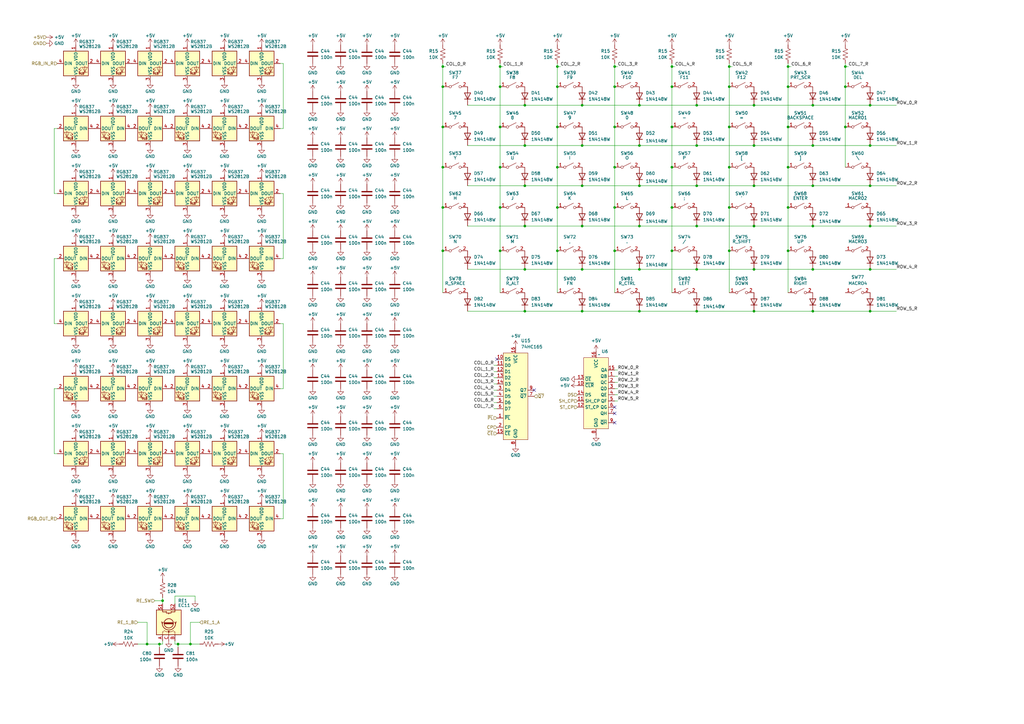
<source format=kicad_sch>
(kicad_sch (version 20230121) (generator eeschema)
  (paper "A3")
  (junction (at 65.405 264.16))
  (junction (at 66.675 246.38))
  (junction (at 215.265 43.18))
  (junction (at 299.085 52.07))
  (junction (at 309.245 43.18))
  (junction (at 78.105 264.16))
  (junction (at 228.6 27.305))
  (junction (at 252.095 27.305))
  (junction (at 238.76 127.635))
  (junction (at 275.59 85.09))
  (junction (at 333.375 76.2))
  (junction (at 252.095 85.09))
  (junction (at 285.75 92.71))
  (junction (at 238.76 76.2))
  (junction (at 275.59 102.87))
  (junction (at 238.76 92.71))
  (junction (at 346.71 52.07))
  (junction (at 275.59 27.305))
  (junction (at 205.105 102.87))
  (junction (at 333.375 92.71))
  (junction (at 215.265 59.69))
  (junction (at 333.375 127.635))
  (junction (at 285.75 43.18))
  (junction (at 275.59 52.07))
  (junction (at 309.245 110.49))
  (junction (at 323.215 52.07))
  (junction (at 356.87 43.18))
  (junction (at 356.87 92.71))
  (junction (at 333.375 110.49))
  (junction (at 228.6 102.87))
  (junction (at 181.61 35.56))
  (junction (at 205.105 85.09))
  (junction (at 205.105 27.305))
  (junction (at 309.245 76.2))
  (junction (at 299.085 35.56))
  (junction (at 262.255 110.49))
  (junction (at 262.255 76.2))
  (junction (at 323.215 27.305))
  (junction (at 228.6 35.56))
  (junction (at 323.215 68.58))
  (junction (at 333.375 59.69))
  (junction (at 181.61 27.305))
  (junction (at 205.105 35.56))
  (junction (at 238.76 59.69))
  (junction (at 205.105 52.07))
  (junction (at 346.71 35.56))
  (junction (at 238.76 43.18))
  (junction (at 181.61 102.87))
  (junction (at 215.265 110.49))
  (junction (at 299.085 68.58))
  (junction (at 252.095 35.56))
  (junction (at 275.59 68.58))
  (junction (at 356.87 127.635))
  (junction (at 275.59 35.56))
  (junction (at 309.245 92.71))
  (junction (at 252.095 102.87))
  (junction (at 60.325 264.16))
  (junction (at 356.87 110.49))
  (junction (at 323.215 35.56))
  (junction (at 215.265 92.71))
  (junction (at 252.095 68.58))
  (junction (at 228.6 52.07))
  (junction (at 262.255 92.71))
  (junction (at 333.375 43.18))
  (junction (at 285.75 59.69))
  (junction (at 285.75 76.2))
  (junction (at 73.025 264.16))
  (junction (at 309.245 127.635))
  (junction (at 299.085 102.87))
  (junction (at 356.87 76.2))
  (junction (at 215.265 76.2))
  (junction (at 285.75 110.49))
  (junction (at 262.255 127.635))
  (junction (at 181.61 52.07))
  (junction (at 309.245 59.69))
  (junction (at 205.105 68.58))
  (junction (at 228.6 85.09))
  (junction (at 252.095 52.07))
  (junction (at 262.255 43.18))
  (junction (at 238.76 110.49))
  (junction (at 215.265 127.635))
  (junction (at 181.61 68.58))
  (junction (at 299.085 85.09))
  (junction (at 262.255 59.69))
  (junction (at 323.215 102.87))
  (junction (at 228.6 68.58))
  (junction (at 299.085 27.305))
  (junction (at 346.71 27.305))
  (junction (at 356.87 59.69))
  (junction (at 285.75 127.635))
  (junction (at 323.215 85.09))
  (junction (at 181.61 85.09))
  (no_connect (at 252.095 167.005))
  (no_connect (at 219.075 160.02))
  (no_connect (at 203.835 147.32))
  (no_connect (at 252.095 173.355))
  (no_connect (at 252.095 169.545))
  (wire (pts (xy 299.085 85.09) (xy 299.085 102.87)))
  (wire (pts (xy 356.87 59.69) (xy 367.665 59.69)))
  (wire (pts (xy 116.205 79.375) (xy 116.205 106.045)))
  (wire (pts (xy 205.105 27.305) (xy 205.105 35.56)))
  (wire (pts (xy 181.61 52.07) (xy 181.61 68.58)))
  (wire (pts (xy 253.365 159.385) (xy 252.095 159.385)))
  (wire (pts (xy 333.375 59.69) (xy 356.87 59.69)))
  (wire (pts (xy 60.325 255.27) (xy 60.325 264.16)))
  (wire (pts (xy 323.215 102.87) (xy 323.215 120.015)))
  (wire (pts (xy 323.215 35.56) (xy 323.215 52.07)))
  (wire (pts (xy 205.105 52.07) (xy 205.105 68.58)))
  (wire (pts (xy 262.255 127.635) (xy 285.75 127.635)))
  (wire (pts (xy 356.87 76.2) (xy 367.665 76.2)))
  (wire (pts (xy 253.365 154.305) (xy 252.095 154.305)))
  (wire (pts (xy 191.77 127.635) (xy 215.265 127.635)))
  (wire (pts (xy 299.085 27.305) (xy 299.085 35.56)))
  (wire (pts (xy 253.365 156.845) (xy 252.095 156.845)))
  (wire (pts (xy 285.75 43.18) (xy 309.245 43.18)))
  (wire (pts (xy 299.085 26.035) (xy 299.085 27.305)))
  (wire (pts (xy 238.76 59.69) (xy 262.255 59.69)))
  (wire (pts (xy 275.59 68.58) (xy 275.59 85.09)))
  (wire (pts (xy 215.265 43.18) (xy 238.76 43.18)))
  (wire (pts (xy 299.085 102.87) (xy 299.085 120.015)))
  (wire (pts (xy 23.495 159.385) (xy 22.225 159.385)))
  (wire (pts (xy 191.77 110.49) (xy 215.265 110.49)))
  (wire (pts (xy 346.71 35.56) (xy 346.71 52.07)))
  (wire (pts (xy 252.095 27.305) (xy 253.365 27.305)))
  (wire (pts (xy 181.61 85.09) (xy 181.61 102.87)))
  (wire (pts (xy 275.59 102.87) (xy 275.59 120.015)))
  (wire (pts (xy 56.515 264.16) (xy 60.325 264.16)))
  (wire (pts (xy 202.565 162.56) (xy 203.835 162.56)))
  (wire (pts (xy 299.085 52.07) (xy 299.085 68.58)))
  (wire (pts (xy 252.095 27.305) (xy 252.095 35.56)))
  (wire (pts (xy 262.255 110.49) (xy 285.75 110.49)))
  (wire (pts (xy 191.77 43.18) (xy 215.265 43.18)))
  (wire (pts (xy 252.095 102.87) (xy 252.095 120.015)))
  (wire (pts (xy 228.6 85.09) (xy 228.6 102.87)))
  (wire (pts (xy 309.245 43.18) (xy 333.375 43.18)))
  (wire (pts (xy 116.205 159.385) (xy 114.935 159.385)))
  (wire (pts (xy 78.105 255.27) (xy 78.105 264.16)))
  (wire (pts (xy 73.025 264.16) (xy 78.105 264.16)))
  (wire (pts (xy 22.225 159.385) (xy 22.225 186.055)))
  (wire (pts (xy 181.61 102.87) (xy 181.61 120.015)))
  (wire (pts (xy 81.915 255.27) (xy 78.105 255.27)))
  (wire (pts (xy 22.225 132.715) (xy 23.495 132.715)))
  (wire (pts (xy 356.87 92.71) (xy 367.665 92.71)))
  (wire (pts (xy 309.245 76.2) (xy 333.375 76.2)))
  (wire (pts (xy 205.105 26.035) (xy 205.105 27.305)))
  (wire (pts (xy 78.105 264.16) (xy 81.915 264.16)))
  (wire (pts (xy 116.205 106.045) (xy 114.935 106.045)))
  (wire (pts (xy 309.245 127.635) (xy 333.375 127.635)))
  (wire (pts (xy 66.675 262.89) (xy 66.675 264.16)))
  (wire (pts (xy 71.755 262.89) (xy 71.755 264.16)))
  (wire (pts (xy 262.255 43.18) (xy 285.75 43.18)))
  (wire (pts (xy 66.675 246.38) (xy 66.675 247.65)))
  (wire (pts (xy 181.61 26.035) (xy 181.61 27.305)))
  (wire (pts (xy 22.225 52.705) (xy 22.225 79.375)))
  (wire (pts (xy 215.265 59.69) (xy 238.76 59.69)))
  (wire (pts (xy 22.225 79.375) (xy 23.495 79.375)))
  (wire (pts (xy 116.205 26.035) (xy 116.205 52.705)))
  (wire (pts (xy 275.59 85.09) (xy 275.59 102.87)))
  (wire (pts (xy 66.675 264.16) (xy 65.405 264.16)))
  (wire (pts (xy 228.6 102.87) (xy 228.6 120.015)))
  (wire (pts (xy 252.095 35.56) (xy 252.095 52.07)))
  (wire (pts (xy 228.6 52.07) (xy 228.6 68.58)))
  (wire (pts (xy 252.095 52.07) (xy 252.095 68.58)))
  (wire (pts (xy 181.61 27.305) (xy 182.88 27.305)))
  (wire (pts (xy 181.61 35.56) (xy 181.61 52.07)))
  (wire (pts (xy 228.6 27.305) (xy 228.6 35.56)))
  (wire (pts (xy 346.71 26.035) (xy 346.71 27.305)))
  (wire (pts (xy 63.5 246.38) (xy 66.675 246.38)))
  (wire (pts (xy 202.565 149.86) (xy 203.835 149.86)))
  (wire (pts (xy 275.59 52.07) (xy 275.59 68.58)))
  (wire (pts (xy 191.77 59.69) (xy 215.265 59.69)))
  (wire (pts (xy 215.265 110.49) (xy 238.76 110.49)))
  (wire (pts (xy 202.565 165.1) (xy 203.835 165.1)))
  (wire (pts (xy 71.755 244.475) (xy 80.01 244.475)))
  (wire (pts (xy 299.085 68.58) (xy 299.085 85.09)))
  (wire (pts (xy 228.6 26.035) (xy 228.6 27.305)))
  (wire (pts (xy 299.085 35.56) (xy 299.085 52.07)))
  (wire (pts (xy 253.365 161.925) (xy 252.095 161.925)))
  (wire (pts (xy 116.205 212.725) (xy 114.935 212.725)))
  (wire (pts (xy 346.71 52.07) (xy 346.71 68.58)))
  (wire (pts (xy 202.565 167.64) (xy 203.835 167.64)))
  (wire (pts (xy 202.565 154.94) (xy 203.835 154.94)))
  (wire (pts (xy 215.265 127.635) (xy 238.76 127.635)))
  (wire (pts (xy 299.085 27.305) (xy 300.355 27.305)))
  (wire (pts (xy 356.87 127.635) (xy 367.665 127.635)))
  (wire (pts (xy 262.255 76.2) (xy 285.75 76.2)))
  (wire (pts (xy 60.325 264.16) (xy 65.405 264.16)))
  (wire (pts (xy 116.205 132.715) (xy 116.205 159.385)))
  (wire (pts (xy 202.565 157.48) (xy 203.835 157.48)))
  (wire (pts (xy 66.675 245.11) (xy 66.675 246.38)))
  (wire (pts (xy 191.77 76.2) (xy 215.265 76.2)))
  (wire (pts (xy 191.77 92.71) (xy 215.265 92.71)))
  (wire (pts (xy 56.515 255.27) (xy 60.325 255.27)))
  (wire (pts (xy 114.935 132.715) (xy 116.205 132.715)))
  (wire (pts (xy 238.76 110.49) (xy 262.255 110.49)))
  (wire (pts (xy 333.375 92.71) (xy 356.87 92.71)))
  (wire (pts (xy 202.565 160.02) (xy 203.835 160.02)))
  (wire (pts (xy 202.565 152.4) (xy 203.835 152.4)))
  (wire (pts (xy 346.71 27.305) (xy 346.71 35.56)))
  (wire (pts (xy 252.095 85.09) (xy 252.095 102.87)))
  (wire (pts (xy 275.59 26.035) (xy 275.59 27.305)))
  (wire (pts (xy 228.6 35.56) (xy 228.6 52.07)))
  (wire (pts (xy 205.105 27.305) (xy 206.375 27.305)))
  (wire (pts (xy 114.935 186.055) (xy 116.205 186.055)))
  (wire (pts (xy 309.245 110.49) (xy 333.375 110.49)))
  (wire (pts (xy 73.025 265.43) (xy 73.025 264.16)))
  (wire (pts (xy 215.265 92.71) (xy 238.76 92.71)))
  (wire (pts (xy 205.105 35.56) (xy 205.105 52.07)))
  (wire (pts (xy 23.495 52.705) (xy 22.225 52.705)))
  (wire (pts (xy 238.76 43.18) (xy 262.255 43.18)))
  (wire (pts (xy 275.59 27.305) (xy 276.86 27.305)))
  (wire (pts (xy 205.105 85.09) (xy 205.105 102.87)))
  (wire (pts (xy 238.76 92.71) (xy 262.255 92.71)))
  (wire (pts (xy 356.87 110.49) (xy 367.665 110.49)))
  (wire (pts (xy 65.405 265.43) (xy 65.405 264.16)))
  (wire (pts (xy 356.87 43.18) (xy 367.665 43.18)))
  (wire (pts (xy 275.59 27.305) (xy 275.59 35.56)))
  (wire (pts (xy 285.75 76.2) (xy 309.245 76.2)))
  (wire (pts (xy 116.205 52.705) (xy 114.935 52.705)))
  (wire (pts (xy 323.215 52.07) (xy 323.215 68.58)))
  (wire (pts (xy 22.225 186.055) (xy 23.495 186.055)))
  (wire (pts (xy 253.365 151.765) (xy 252.095 151.765)))
  (wire (pts (xy 262.255 92.71) (xy 285.75 92.71)))
  (wire (pts (xy 346.71 27.305) (xy 347.98 27.305)))
  (wire (pts (xy 252.095 26.035) (xy 252.095 27.305)))
  (wire (pts (xy 262.255 59.69) (xy 285.75 59.69)))
  (wire (pts (xy 333.375 127.635) (xy 356.87 127.635)))
  (wire (pts (xy 333.375 76.2) (xy 356.87 76.2)))
  (wire (pts (xy 323.215 27.305) (xy 324.485 27.305)))
  (wire (pts (xy 285.75 92.71) (xy 309.245 92.71)))
  (wire (pts (xy 205.105 102.87) (xy 205.105 120.015)))
  (wire (pts (xy 323.215 85.09) (xy 323.215 102.87)))
  (wire (pts (xy 71.755 247.65) (xy 71.755 244.475)))
  (wire (pts (xy 114.935 26.035) (xy 116.205 26.035)))
  (wire (pts (xy 116.205 186.055) (xy 116.205 212.725)))
  (wire (pts (xy 252.095 68.58) (xy 252.095 85.09)))
  (wire (pts (xy 23.495 106.045) (xy 22.225 106.045)))
  (wire (pts (xy 323.215 27.305) (xy 323.215 35.56)))
  (wire (pts (xy 228.6 68.58) (xy 228.6 85.09)))
  (wire (pts (xy 285.75 59.69) (xy 309.245 59.69)))
  (wire (pts (xy 228.6 27.305) (xy 229.87 27.305)))
  (wire (pts (xy 71.755 264.16) (xy 73.025 264.16)))
  (wire (pts (xy 80.01 244.475) (xy 80.01 246.38)))
  (wire (pts (xy 323.215 68.58) (xy 323.215 85.09)))
  (wire (pts (xy 275.59 35.56) (xy 275.59 52.07)))
  (wire (pts (xy 205.105 68.58) (xy 205.105 85.09)))
  (wire (pts (xy 323.215 26.035) (xy 323.215 27.305)))
  (wire (pts (xy 253.365 164.465) (xy 252.095 164.465)))
  (wire (pts (xy 309.245 92.71) (xy 333.375 92.71)))
  (wire (pts (xy 238.76 76.2) (xy 262.255 76.2)))
  (wire (pts (xy 181.61 68.58) (xy 181.61 85.09)))
  (wire (pts (xy 333.375 43.18) (xy 356.87 43.18)))
  (wire (pts (xy 309.245 59.69) (xy 333.375 59.69)))
  (wire (pts (xy 181.61 27.305) (xy 181.61 35.56)))
  (wire (pts (xy 238.76 127.635) (xy 262.255 127.635)))
  (wire (pts (xy 114.935 79.375) (xy 116.205 79.375)))
  (wire (pts (xy 333.375 110.49) (xy 356.87 110.49)))
  (wire (pts (xy 285.75 110.49) (xy 309.245 110.49)))
  (wire (pts (xy 22.225 106.045) (xy 22.225 132.715)))
  (wire (pts (xy 215.265 76.2) (xy 238.76 76.2)))
  (wire (pts (xy 285.75 127.635) (xy 309.245 127.635)))
  (label "ROW_1_R" (at 367.665 59.69 0))
  (label "COL_3_R" (at 202.565 157.48 180))
  (label "COL_1_R" (at 206.375 27.305 0))
  (label "COL_4_R" (at 276.86 27.305 0))
  (label "COL_3_R" (at 253.365 27.305 0))
  (label "COL_5_R" (at 202.565 162.56 180))
  (label "COL_7_R" (at 202.565 167.64 180))
  (label "ROW_3_R" (at 253.365 159.385 0))
  (label "COL_0_R" (at 202.565 149.86 180))
  (label "COL_2_R" (at 229.87 27.305 0))
  (label "COL_6_R" (at 324.485 27.305 0))
  (label "ROW_0_R" (at 367.665 43.18 0))
  (label "ROW_2_R" (at 253.365 156.845 0))
  (label "ROW_4_R" (at 367.665 110.49 0))
  (label "COL_7_R" (at 347.98 27.305 0))
  (label "COL_4_R" (at 202.565 160.02 180))
  (label "ROW_5_R" (at 253.365 164.465 0))
  (label "ROW_3_R" (at 367.665 92.71 0))
  (label "ROW_5_R" (at 367.665 127.635 0))
  (label "COL_1_R" (at 202.565 152.4 180))
  (label "COL_0_R" (at 182.88 27.305 0))
  (label "COL_6_R" (at 202.565 165.1 180))
  (label "ROW_0_R" (at 253.365 151.765 0))
  (label "ROW_4_R" (at 253.365 161.925 0))
  (label "COL_5_R" (at 300.355 27.305 0))
  (label "ROW_2_R" (at 367.665 76.2 0))
  (label "ROW_1_R" (at 253.365 154.305 0))
  (label "COL_2_R" (at 202.565 154.94 180))
  (hierarchical_label "~{CE}" (shape input) (at 203.835 177.8 180))
  (hierarchical_label "~{PL}" (shape input) (at 203.835 171.45 180))
  (hierarchical_label "SH_CP" (shape input) (at 236.855 164.465 180))
  (hierarchical_label "RE_SW" (shape input) (at 63.5 246.38 180))
  (hierarchical_label "CP" (shape input) (at 203.835 175.26 180))
  (hierarchical_label "RGB_OUT_R" (shape input) (at 23.495 212.725 180))
  (hierarchical_label "~{Q7}" (shape input) (at 219.075 162.56 0))
  (hierarchical_label "+5V" (shape input) (at 19.05 15.24 180))
  (hierarchical_label "RGB_IN_R" (shape input) (at 23.495 26.035 180))
  (hierarchical_label "RE_1_A" (shape input) (at 81.915 255.27 0))
  (hierarchical_label "DS" (shape input) (at 236.855 161.925 180))
  (hierarchical_label "GND" (shape input) (at 19.05 17.78 180))
  (hierarchical_label "ST_CP" (shape input) (at 236.855 167.005 180))
  (hierarchical_label "RE_1_B" (shape input) (at 56.515 255.27 180))
  (symbol (lib_name "+5V_1") (lib_id "power:+5V") (at 61.595 125.095 0) (unit 1)
    (property "Reference" "#PWR0198" (effects hide))
    (property "Value" "+5V" (at 61.595 121.285 0))
  )
  (symbol (lib_id "Device:C") (at 139.7 231.775 0) (unit 1)
    (property "Reference" "C44" (at 142.875 230.5049 0) (effects (justify left)))
    (property "Value" "100n" (at 142.875 233.0449 0) (effects (justify left)))
    (property "Footprint" "Capacitor_SMD:C_0805_2012Metric" (effects hide))
    (instances (project "mechpad" (path "" (reference "C44") (unit 1))) (project "Schematics and PCB" (path "" (reference "C92") (unit 1))))
  )
  (symbol (lib_name "GND_1") (lib_id "power:GND") (at 31.115 33.655 0) (unit 1)
    (property "Reference" "#PWR0126" (effects hide))
    (property "Value" "GND" (at 31.115 37.465 0))
  )
  (symbol (lib_name "GND_1") (lib_id "power:GND") (at 61.595 86.995 0) (unit 1)
    (property "Reference" "#PWR0167" (effects hide))
    (property "Value" "GND" (at 61.595 90.805 0))
  )
  (symbol (lib_id "Device:R_US") (at 205.105 22.225 0) (unit 1)
    (property "Reference" "R15" (at 199.39 20.955 0) (effects (justify left)))
    (property "Value" "10K" (at 199.39 23.495 0) (effects (justify left)))
    (property "Footprint" "Resistor_SMD:R_0805_2012Metric" (effects hide))
    (instances (project "mechpad" (path "" (reference "R15") (unit 1))) (project "Schematics and PCB" (path "" (reference "R21") (unit 1))))
  )
  (symbol (lib_id "Switch:SW_SPST") (at 186.69 102.87 0) (unit 1)
    (property "Reference" "SW70" (at 186.69 97.155 0))
    (property "Value" "N" (at 186.69 99.06 0))
    (property "Footprint" "Button_Switch_Keyboard:SW_Cherry_MX_1.00u_PCB" (effects hide))
    (instances (project "mechpad" (path "" (reference "SW70") (unit 1))) (project "Schematics and PCB" (path "" (reference "SW71") (unit 1))))
  )
  (symbol (lib_id "LED:WS2812B") (at 61.595 26.035 0) (unit 1)
    (property "Reference" "RGB37" (at 62.865 17.145 0) (effects (justify left)))
    (property "Value" "WS2812B" (at 62.865 19.05 0) (effects (justify left)))
    (property "Footprint" "LED_SMD:LED_WS2812B_PLCC4_5.0x5.0mm_P3.2mm" (effects hide))
    (property "Datasheet" "https://cdn-shop.adafruit.com/datasheets/WS2812B.pdf" (effects hide))
    (instances (project "mechpad" (path "" (reference "RGB37") (unit 1))) (project "Schematics and PCB" (path "" (reference "RGB38") (unit 1))))
  )
  (symbol (lib_name "GND_1") (lib_id "power:GND") (at 76.835 167.005 0) (mirror y) (unit 1)
    (property "Reference" "#PWR0213" (effects hide))
    (property "Value" "GND" (at 76.835 170.815 0))
  )
  (symbol (lib_id "Device:R_US") (at 85.725 264.16 270) (unit 1)
    (property "Reference" "R25" (at 85.725 259.08 90))
    (property "Value" "10K" (at 85.725 261.62 90))
    (property "Footprint" "Resistor_SMD:R_0603_1608Metric" (effects hide))
    (instances (project "mechpad" (path "" (reference "R25") (unit 1))) (project "Schematics and PCB" (path "" (reference "R30") (unit 1))))
  )
  (symbol (lib_name "GND_1") (lib_id "power:GND") (at 128.27 45.085 0) (unit 1)
    (property "Reference" "#PWR0456" (effects hide))
    (property "Value" "GND" (at 128.27 48.895 0))
  )
  (symbol (lib_id "Switch:SW_SPST") (at 304.165 120.015 0) (unit 1)
    (property "Reference" "SW83" (at 304.165 114.3 0))
    (property "Value" "DOWN" (at 304.165 116.205 0))
    (property "Footprint" "Button_Switch_Keyboard:SW_Cherry_MX_1.00u_PCB" (effects hide))
    (instances (project "mechpad" (path "" (reference "SW83") (unit 1))) (project "Schematics and PCB" (path "" (reference "SW84") (unit 1))))
  )
  (symbol (lib_id "LED:WS2812B") (at 92.075 79.375 0) (unit 1)
    (property "Reference" "RGB37" (at 93.345 70.485 0) (effects (justify left)))
    (property "Value" "WS2812B" (at 93.345 72.39 0) (effects (justify left)))
    (property "Footprint" "LED_SMD:LED_WS2812B_PLCC4_5.0x5.0mm_P3.2mm" (effects hide))
    (property "Datasheet" "https://cdn-shop.adafruit.com/datasheets/WS2812B.pdf" (effects hide))
    (instances (project "mechpad" (path "" (reference "RGB37") (unit 1))) (project "Schematics and PCB" (path "" (reference "RGB56") (unit 1))))
  )
  (symbol (lib_name "+5V_1") (lib_id "power:+5V") (at 139.7 37.465 0) (unit 1)
    (property "Reference" "#PWR0457" (effects hide))
    (property "Value" "+5V" (at 139.7 33.655 0))
  )
  (symbol (lib_name "+5V_1") (lib_id "power:+5V") (at 150.495 208.915 0) (unit 1)
    (property "Reference" "#PWR0501" (effects hide))
    (property "Value" "+5V" (at 150.495 205.105 0))
  )
  (symbol (lib_name "GND_2") (lib_id "power:GND") (at 211.455 182.88 0) (unit 1)
    (property "Reference" "#PWR0544" (effects hide))
    (property "Value" "GND" (at 211.455 186.69 0))
  )
  (symbol (lib_id "Device:C") (at 161.925 193.675 0) (unit 1)
    (property "Reference" "C44" (at 165.1 192.4049 0) (effects (justify left)))
    (property "Value" "100n" (at 165.1 194.9449 0) (effects (justify left)))
    (property "Footprint" "Capacitor_SMD:C_0805_2012Metric" (effects hide))
    (instances (project "mechpad" (path "" (reference "C44") (unit 1))) (project "Schematics and PCB" (path "" (reference "C91") (unit 1))))
  )
  (symbol (lib_id "Device:C") (at 150.495 22.225 0) (unit 1)
    (property "Reference" "C44" (at 153.67 20.9549 0) (effects (justify left)))
    (property "Value" "100n" (at 153.67 23.4949 0) (effects (justify left)))
    (property "Footprint" "Capacitor_SMD:C_0805_2012Metric" (effects hide))
    (instances (project "mechpad" (path "" (reference "C44") (unit 1))) (project "Schematics and PCB" (path "" (reference "C53") (unit 1))))
  )
  (symbol (lib_name "GND_1") (lib_id "power:GND") (at 46.355 140.335 0) (unit 1)
    (property "Reference" "#PWR0191" (effects hide))
    (property "Value" "GND" (at 46.355 144.145 0))
  )
  (symbol (lib_name "GND_1") (lib_id "power:GND") (at 128.27 178.435 0) (unit 1)
    (property "Reference" "#PWR0514" (effects hide))
    (property "Value" "GND" (at 128.27 182.245 0))
  )
  (symbol (lib_id "power:GND") (at 19.05 17.78 90) (unit 1)
    (property "Reference" "#PWR0184" (effects hide))
    (property "Value" "GND" (at 22.225 17.7799 90) (effects (justify right)))
    (instances (project "mechpad" (path "" (reference "#PWR0184") (unit 1))) (project "Schematics and PCB" (path "" (reference "#PWR0209") (unit 1))))
  )
  (symbol (lib_id "Device:D") (at 356.87 39.37 90) (unit 1)
    (property "Reference" "D47" (at 359.41 38.0999 90) (effects (justify right)))
    (property "Value" "1N4148W" (at 359.41 40.6399 90) (effects (justify right)))
    (property "Footprint" "Diode_SMD:D_SOD-123" (effects hide))
    (instances (project "mechpad" (path "" (reference "D47") (unit 1))) (project "Schematics and PCB" (path "" (reference "D50") (unit 1))))
  )
  (symbol (lib_name "+5V_1") (lib_id "power:+5V") (at 46.355 98.425 0) (mirror y) (unit 1)
    (property "Reference" "#PWR0164" (effects hide))
    (property "Value" "+5V" (at 46.355 94.615 0))
  )
  (symbol (lib_name "+5V_1") (lib_id "power:+5V") (at 128.27 113.665 0) (unit 1)
    (property "Reference" "#PWR0487" (effects hide))
    (property "Value" "+5V" (at 128.27 109.855 0))
  )
  (symbol (lib_name "GND_1") (lib_id "power:GND") (at 31.115 113.665 0) (mirror y) (unit 1)
    (property "Reference" "#PWR0161" (effects hide))
    (property "Value" "GND" (at 31.115 117.475 0))
  )
  (symbol (lib_name "+5V_1") (lib_id "power:+5V") (at 76.835 205.105 0) (mirror y) (unit 1)
    (property "Reference" "#PWR0217" (effects hide))
    (property "Value" "+5V" (at 76.835 201.295 0))
  )
  (symbol (lib_id "Device:C") (at 139.7 193.675 0) (unit 1)
    (property "Reference" "C44" (at 142.875 192.4049 0) (effects (justify left)))
    (property "Value" "100n" (at 142.875 194.9449 0) (effects (justify left)))
    (property "Footprint" "Capacitor_SMD:C_0805_2012Metric" (effects hide))
    (instances (project "mechpad" (path "" (reference "C44") (unit 1))) (project "Schematics and PCB" (path "" (reference "C81") (unit 1))))
  )
  (symbol (lib_id "Device:C") (at 161.925 212.725 0) (unit 1)
    (property "Reference" "C44" (at 165.1 211.4549 0) (effects (justify left)))
    (property "Value" "100n" (at 165.1 213.9949 0) (effects (justify left)))
    (property "Footprint" "Capacitor_SMD:C_0805_2012Metric" (effects hide))
    (instances (project "mechpad" (path "" (reference "C44") (unit 1))) (project "Schematics and PCB" (path "" (reference "C82") (unit 1))))
  )
  (symbol (lib_name "GND_1") (lib_id "power:GND") (at 139.7 121.285 0) (unit 1)
    (property "Reference" "#PWR0490" (effects hide))
    (property "Value" "GND" (at 139.7 125.095 0))
  )
  (symbol (lib_id "LED:WS2812B") (at 61.595 132.715 0) (unit 1)
    (property "Reference" "RGB37" (at 62.865 123.825 0) (effects (justify left)))
    (property "Value" "WS2812B" (at 62.865 125.73 0) (effects (justify left)))
    (property "Footprint" "LED_SMD:LED_WS2812B_PLCC4_5.0x5.0mm_P3.2mm" (effects hide))
    (property "Datasheet" "https://cdn-shop.adafruit.com/datasheets/WS2812B.pdf" (effects hide))
    (instances (project "mechpad" (path "" (reference "RGB37") (unit 1))) (project "Schematics and PCB" (path "" (reference "RGB68") (unit 1))))
  )
  (symbol (lib_id "LED:WS2812B") (at 76.835 132.715 0) (unit 1)
    (property "Reference" "RGB37" (at 78.105 123.825 0) (effects (justify left)))
    (property "Value" "WS2812B" (at 78.105 125.73 0) (effects (justify left)))
    (property "Footprint" "LED_SMD:LED_WS2812B_PLCC4_5.0x5.0mm_P3.2mm" (effects hide))
    (property "Datasheet" "https://cdn-shop.adafruit.com/datasheets/WS2812B.pdf" (effects hide))
    (instances (project "mechpad" (path "" (reference "RGB37") (unit 1))) (project "Schematics and PCB" (path "" (reference "RGB72") (unit 1))))
  )
  (symbol (lib_name "GND_1") (lib_id "power:GND") (at 31.115 60.325 0) (mirror y) (unit 1)
    (property "Reference" "#PWR0157" (effects hide))
    (property "Value" "GND" (at 31.115 64.135 0))
  )
  (symbol (lib_name "+5V_1") (lib_id "power:+5V") (at 76.835 45.085 0) (mirror y) (unit 1)
    (property "Reference" "#PWR0150" (effects hide))
    (property "Value" "+5V" (at 76.835 41.275 0))
  )
  (symbol (lib_id "Device:C") (at 139.7 98.425 0) (unit 1)
    (property "Reference" "C44" (at 142.875 97.1549 0) (effects (justify left)))
    (property "Value" "100n" (at 142.875 99.6949 0) (effects (justify left)))
    (property "Footprint" "Capacitor_SMD:C_0805_2012Metric" (effects hide))
    (instances (project "mechpad" (path "" (reference "C44") (unit 1))) (project "Schematics and PCB" (path "" (reference "C68") (unit 1))))
  )
  (symbol (lib_id "Switch:SW_SPST") (at 280.67 35.56 0) (unit 1)
    (property "Reference" "SW41" (at 280.67 29.845 0))
    (property "Value" "F11" (at 280.67 31.75 0))
    (property "Footprint" "Button_Switch_Keyboard:SW_Cherry_MX_1.00u_PCB" (effects hide))
    (instances (project "mechpad" (path "" (reference "SW41") (unit 1))) (project "Schematics and PCB" (path "" (reference "SW42") (unit 1))))
  )
  (symbol (lib_name "+5V_1") (lib_id "power:+5V") (at 92.075 125.095 0) (unit 1)
    (property "Reference" "#PWR0219" (effects hide))
    (property "Value" "+5V" (at 92.075 121.285 0))
  )
  (symbol (lib_id "Device:D") (at 238.76 106.68 90) (unit 1)
    (property "Reference" "D76" (at 241.3 105.4099 90) (effects (justify right)))
    (property "Value" "1N4148W" (at 241.3 107.9499 90) (effects (justify right)))
    (property "Footprint" "Diode_SMD:D_SOD-123" (effects hide))
    (instances (project "mechpad" (path "" (reference "D76") (unit 1))) (project "Schematics and PCB" (path "" (reference "D79") (unit 1))))
  )
  (symbol (lib_name "GND_1") (lib_id "power:GND") (at 31.115 86.995 0) (unit 1)
    (property "Reference" "#PWR0159" (effects hide))
    (property "Value" "GND" (at 31.115 90.805 0))
  )
  (symbol (lib_name "+5V_1") (lib_id "power:+5V") (at 107.315 151.765 0) (mirror y) (unit 1)
    (property "Reference" "#PWR0229" (effects hide))
    (property "Value" "+5V" (at 107.315 147.955 0))
  )
  (symbol (lib_name "+5V_1") (lib_id "power:+5V") (at 31.115 18.415 0) (unit 1)
    (property "Reference" "#PWR0125" (effects hide))
    (property "Value" "+5V" (at 31.115 14.605 0))
  )
  (symbol (lib_name "GND_1") (lib_id "power:GND") (at 61.595 33.655 0) (unit 1)
    (property "Reference" "#PWR0130" (effects hide))
    (property "Value" "GND" (at 61.595 37.465 0))
  )
  (symbol (lib_id "LED:WS2812B") (at 107.315 159.385 0) (mirror y) (unit 1)
    (property "Reference" "RGB37" (at 108.585 150.495 0) (effects (justify right)))
    (property "Value" "WS2812B" (at 108.585 152.4 0) (effects (justify right)))
    (property "Footprint" "LED_SMD:LED_WS2812B_PLCC4_5.0x5.0mm_P3.2mm" (effects hide))
    (property "Datasheet" "https://cdn-shop.adafruit.com/datasheets/WS2812B.pdf" (effects hide))
    (instances (project "mechpad" (path "" (reference "RGB37") (unit 1))) (project "Schematics and PCB" (path "" (reference "RGB81") (unit 1))))
  )
  (symbol (lib_id "Device:R_US") (at 346.71 22.225 0) (unit 1)
    (property "Reference" "R15" (at 340.995 20.955 0) (effects (justify left)))
    (property "Value" "10K" (at 340.995 23.495 0) (effects (justify left)))
    (property "Footprint" "Resistor_SMD:R_0805_2012Metric" (effects hide))
    (instances (project "mechpad" (path "" (reference "R15") (unit 1))) (project "Schematics and PCB" (path "" (reference "R27") (unit 1))))
  )
  (symbol (lib_name "+5V_1") (lib_id "power:+5V") (at 128.27 227.965 0) (unit 1)
    (property "Reference" "#PWR0517" (effects hide))
    (property "Value" "+5V" (at 128.27 224.155 0))
  )
  (symbol (lib_name "GND_1") (lib_id "power:GND") (at 139.7 140.335 0) (unit 1)
    (property "Reference" "#PWR0504" (effects hide))
    (property "Value" "GND" (at 139.7 144.145 0))
  )
  (symbol (lib_name "+5V_1") (lib_id "power:+5V") (at 161.925 94.615 0) (unit 1)
    (property "Reference" "#PWR0485" (effects hide))
    (property "Value" "+5V" (at 161.925 90.805 0))
  )
  (symbol (lib_name "+5V_1") (lib_id "power:+5V") (at 139.7 151.765 0) (unit 1)
    (property "Reference" "#PWR0535" (effects hide))
    (property "Value" "+5V" (at 139.7 147.955 0))
  )
  (symbol (lib_name "GND_1") (lib_id "power:GND") (at 107.315 220.345 0) (mirror y) (unit 1)
    (property "Reference" "#PWR0234" (effects hide))
    (property "Value" "GND" (at 107.315 224.155 0))
  )
  (symbol (lib_name "+5V_2") (lib_id "power:+5V") (at 244.475 144.145 0) (unit 1)
    (property "Reference" "#PWR0546" (effects hide))
    (property "Value" "+5V" (at 244.475 139.7 0))
  )
  (symbol (lib_id "Device:D") (at 238.76 123.825 90) (unit 1)
    (property "Reference" "D84" (at 241.3 122.5549 90) (effects (justify right)))
    (property "Value" "1N4148W" (at 241.3 125.0949 90) (effects (justify right)))
    (property "Footprint" "Diode_SMD:D_SOD-123" (effects hide))
    (instances (project "mechpad" (path "" (reference "D84") (unit 1))) (project "Schematics and PCB" (path "" (reference "D87") (unit 1))))
  )
  (symbol (lib_name "GND_1") (lib_id "power:GND") (at 150.495 121.285 0) (unit 1)
    (property "Reference" "#PWR0492" (effects hide))
    (property "Value" "GND" (at 150.495 125.095 0))
  )
  (symbol (lib_name "GND_1") (lib_id "power:GND") (at 139.7 235.585 0) (unit 1)
    (property "Reference" "#PWR0526" (effects hide))
    (property "Value" "GND" (at 139.7 239.395 0))
  )
  (symbol (lib_id "Switch:SW_SPST") (at 257.175 68.58 0) (unit 1)
    (property "Reference" "SW56" (at 257.175 62.865 0))
    (property "Value" "O" (at 257.175 64.77 0))
    (property "Footprint" "Button_Switch_Keyboard:SW_Cherry_MX_1.00u_PCB" (effects hide))
    (instances (project "mechpad" (path "" (reference "SW56") (unit 1))) (project "Schematics and PCB" (path "" (reference "SW57") (unit 1))))
  )
  (symbol (lib_name "GND_1") (lib_id "power:GND") (at 161.925 121.285 0) (unit 1)
    (property "Reference" "#PWR0494" (effects hide))
    (property "Value" "GND" (at 161.925 125.095 0))
  )
  (symbol (lib_name "+5V_1") (lib_id "power:+5V") (at 150.495 151.765 0) (unit 1)
    (property "Reference" "#PWR0497" (effects hide))
    (property "Value" "+5V" (at 150.495 147.955 0))
  )
  (symbol (lib_name "+5V_1") (lib_id "power:+5V") (at 128.27 56.515 0) (unit 1)
    (property "Reference" "#PWR0463" (effects hide))
    (property "Value" "+5V" (at 128.27 52.705 0))
  )
  (symbol (lib_name "GND_1") (lib_id "power:GND") (at 31.115 167.005 0) (mirror y) (unit 1)
    (property "Reference" "#PWR0185" (effects hide))
    (property "Value" "GND" (at 31.115 170.815 0))
  )
  (symbol (lib_id "Device:D") (at 191.77 123.825 90) (unit 1)
    (property "Reference" "D82" (at 194.31 122.5549 90) (effects (justify right)))
    (property "Value" "1N4148W" (at 194.31 125.0949 90) (effects (justify right)))
    (property "Footprint" "Diode_SMD:D_SOD-123" (effects hide))
    (instances (project "mechpad" (path "" (reference "D82") (unit 1))) (project "Schematics and PCB" (path "" (reference "D85") (unit 1))))
  )
  (symbol (lib_name "+5V_1") (lib_id "power:+5V") (at 139.7 189.865 0) (unit 1)
    (property "Reference" "#PWR0507" (effects hide))
    (property "Value" "+5V" (at 139.7 186.055 0))
  )
  (symbol (lib_name "+5V_1") (lib_id "power:+5V") (at 128.27 94.615 0) (unit 1)
    (property "Reference" "#PWR0479" (effects hide))
    (property "Value" "+5V" (at 128.27 90.805 0))
  )
  (symbol (lib_id "mechpadLibrary:74HC595") (at 245.745 139.065 0) (unit 1)
    (property "Reference" "U6" (at 246.6991 144.145 0) (effects (justify left)))
    (property "Value" "~" (at 245.745 145.415 0))
  )
  (symbol (lib_id "Device:D") (at 215.265 55.88 90) (unit 1)
    (property "Reference" "D50" (at 217.805 54.6099 90) (effects (justify right)))
    (property "Value" "1N4148W" (at 217.805 57.1499 90) (effects (justify right)))
    (property "Footprint" "Diode_SMD:D_SOD-123" (effects hide))
    (instances (project "mechpad" (path "" (reference "D50") (unit 1))) (project "Schematics and PCB" (path "" (reference "D53") (unit 1))))
  )
  (symbol (lib_id "Device:C") (at 161.925 22.225 0) (unit 1)
    (property "Reference" "C44" (at 165.1 20.9549 0) (effects (justify left)))
    (property "Value" "100n" (at 165.1 23.4949 0) (effects (justify left)))
    (property "Footprint" "Capacitor_SMD:C_0805_2012Metric" (effects hide))
    (instances (project "mechpad" (path "" (reference "C44") (unit 1))) (project "Schematics and PCB" (path "" (reference "C54") (unit 1))))
  )
  (symbol (lib_id "LED:WS2812B") (at 61.595 106.045 0) (mirror y) (unit 1)
    (property "Reference" "RGB37" (at 62.865 97.155 0) (effects (justify right)))
    (property "Value" "WS2812B" (at 62.865 99.06 0) (effects (justify right)))
    (property "Footprint" "LED_SMD:LED_WS2812B_PLCC4_5.0x5.0mm_P3.2mm" (effects hide))
    (property "Datasheet" "https://cdn-shop.adafruit.com/datasheets/WS2812B.pdf" (effects hide))
    (instances (project "mechpad" (path "" (reference "RGB37") (unit 1))) (project "Schematics and PCB" (path "" (reference "RGB53") (unit 1))))
  )
  (symbol (lib_id "LED:WS2812B") (at 107.315 186.055 0) (unit 1)
    (property "Reference" "RGB37" (at 108.585 177.165 0) (effects (justify left)))
    (property "Value" "WS2812B" (at 108.585 179.07 0) (effects (justify left)))
    (property "Footprint" "LED_SMD:LED_WS2812B_PLCC4_5.0x5.0mm_P3.2mm" (effects hide))
    (property "Datasheet" "https://cdn-shop.adafruit.com/datasheets/WS2812B.pdf" (effects hide))
    (instances (project "mechpad" (path "" (reference "RGB37") (unit 1))) (project "Schematics and PCB" (path "" (reference "RGB82") (unit 1))))
  )
  (symbol (lib_id "Switch:SW_SPST") (at 186.69 68.58 0) (unit 1)
    (property "Reference" "SW53" (at 186.69 62.865 0))
    (property "Value" "Y" (at 186.69 64.77 0))
    (property "Footprint" "Button_Switch_Keyboard:SW_Cherry_MX_1.00u_PCB" (effects hide))
    (instances (project "mechpad" (path "" (reference "SW53") (unit 1))) (project "Schematics and PCB" (path "" (reference "SW54") (unit 1))))
  )
  (symbol (lib_id "Device:D") (at 262.255 106.68 90) (unit 1)
    (property "Reference" "D77" (at 264.795 105.4099 90) (effects (justify right)))
    (property "Value" "1N4148W" (at 264.795 108.5849 90) (effects (justify right)))
    (property "Footprint" "Diode_SMD:D_SOD-123" (effects hide))
    (instances (project "mechpad" (path "" (reference "D77") (unit 1))) (project "Schematics and PCB" (path "" (reference "D80") (unit 1))))
  )
  (symbol (lib_name "GND_1") (lib_id "power:GND") (at 128.27 235.585 0) (unit 1)
    (property "Reference" "#PWR0518" (effects hide))
    (property "Value" "GND" (at 128.27 239.395 0))
  )
  (symbol (lib_id "Switch:SW_SPST") (at 280.67 102.87 0) (unit 1)
    (property "Reference" "SW74" (at 280.67 97.155 0))
    (property "Value" "/" (at 280.67 99.06 0))
    (property "Footprint" "Button_Switch_Keyboard:SW_Cherry_MX_1.00u_PCB" (effects hide))
    (instances (project "mechpad" (path "" (reference "SW74") (unit 1))) (project "Schematics and PCB" (path "" (reference "SW75") (unit 1))))
  )
  (symbol (lib_id "Switch:SW_SPST") (at 257.175 52.07 0) (unit 1)
    (property "Reference" "SW48" (at 257.175 46.355 0))
    (property "Value" "0" (at 257.175 48.26 0))
    (property "Footprint" "Button_Switch_Keyboard:SW_Cherry_MX_1.00u_PCB" (effects hide))
    (instances (project "mechpad" (path "" (reference "SW48") (unit 1))) (project "Schematics and PCB" (path "" (reference "SW49") (unit 1))))
  )
  (symbol (lib_name "+5V_1") (lib_id "power:+5V") (at 161.925 56.515 0) (unit 1)
    (property "Reference" "#PWR0469" (effects hide))
    (property "Value" "+5V" (at 161.925 52.705 0))
  )
  (symbol (lib_id "Device:C") (at 139.7 174.625 0) (unit 1)
    (property "Reference" "C44" (at 142.875 173.3549 0) (effects (justify left)))
    (property "Value" "100n" (at 142.875 175.8949 0) (effects (justify left)))
    (property "Footprint" "Capacitor_SMD:C_0805_2012Metric" (effects hide))
    (instances (project "mechpad" (path "" (reference "C44") (unit 1))) (project "Schematics and PCB" (path "" (reference "C90") (unit 1))))
  )
  (symbol (lib_id "Device:D") (at 356.87 123.825 90) (unit 1)
    (property "Reference" "D81" (at 359.41 122.5549 90) (effects (justify right)))
    (property "Value" "1N4148W" (at 359.41 125.0949 90) (effects (justify right)))
    (property "Footprint" "Diode_SMD:D_SOD-123" (effects hide))
    (instances (project "mechpad" (path "" (reference "D81") (unit 1))) (project "Schematics and PCB" (path "" (reference "D84") (unit 1))))
  )
  (symbol (lib_name "GND_1") (lib_id "power:GND") (at 150.495 102.235 0) (unit 1)
    (property "Reference" "#PWR0484" (effects hide))
    (property "Value" "GND" (at 150.495 106.045 0))
  )
  (symbol (lib_id "LED:WS2812B") (at 92.075 132.715 0) (unit 1)
    (property "Reference" "RGB37" (at 93.345 123.825 0) (effects (justify left)))
    (property "Value" "WS2812B" (at 93.345 125.73 0) (effects (justify left)))
    (property "Footprint" "LED_SMD:LED_WS2812B_PLCC4_5.0x5.0mm_P3.2mm" (effects hide))
    (property "Datasheet" "https://cdn-shop.adafruit.com/datasheets/WS2812B.pdf" (effects hide))
    (instances (project "mechpad" (path "" (reference "RGB37") (unit 1))) (project "Schematics and PCB" (path "" (reference "RGB76") (unit 1))))
  )
  (symbol (lib_id "Device:D") (at 191.77 39.37 90) (unit 1)
    (property "Reference" "D40" (at 194.31 38.0999 90) (effects (justify right)))
    (property "Value" "1N4148W" (at 194.31 40.6399 90) (effects (justify right)))
    (property "Footprint" "Diode_SMD:D_SOD-123" (effects hide))
    (instances (project "mechpad" (path "" (reference "D40") (unit 1))) (project "Schematics and PCB" (path "" (reference "D43") (unit 1))))
  )
  (symbol (lib_name "GND_1") (lib_id "power:GND") (at 139.7 83.185 0) (unit 1)
    (property "Reference" "#PWR0474" (effects hide))
    (property "Value" "GND" (at 139.7 86.995 0))
  )
  (symbol (lib_id "Switch:SW_SPST") (at 257.175 85.09 0) (unit 1)
    (property "Reference" "SW65" (at 257.175 79.375 0))
    (property "Value" "L" (at 257.175 81.28 0))
    (property "Footprint" "Button_Switch_Keyboard:SW_Cherry_MX_1.00u_PCB" (effects hide))
    (instances (project "mechpad" (path "" (reference "SW65") (unit 1))) (project "Schematics and PCB" (path "" (reference "SW66") (unit 1))))
  )
  (symbol (lib_id "Device:D") (at 285.75 55.88 90) (unit 1)
    (property "Reference" "D53" (at 288.29 54.6099 90) (effects (justify right)))
    (property "Value" "1N4148W" (at 288.29 57.1499 90) (effects (justify right)))
    (property "Footprint" "Diode_SMD:D_SOD-123" (effects hide))
    (instances (project "mechpad" (path "" (reference "D53") (unit 1))) (project "Schematics and PCB" (path "" (reference "D56") (unit 1))))
  )
  (symbol (lib_name "GND_1") (lib_id "power:GND") (at 150.495 159.385 0) (unit 1)
    (property "Reference" "#PWR0498" (effects hide))
    (property "Value" "GND" (at 150.495 163.195 0))
  )
  (symbol (lib_id "Device:C") (at 150.495 155.575 0) (unit 1)
    (property "Reference" "C44" (at 153.67 154.3049 0) (effects (justify left)))
    (property "Value" "100n" (at 153.67 156.8449 0) (effects (justify left)))
    (property "Footprint" "Capacitor_SMD:C_0805_2012Metric" (effects hide))
    (instances (project "mechpad" (path "" (reference "C44") (unit 1))) (project "Schematics and PCB" (path "" (reference "C76") (unit 1))))
  )
  (symbol (lib_id "Device:D") (at 262.255 72.39 90) (unit 1)
    (property "Reference" "D60" (at 264.795 71.1199 90) (effects (justify right)))
    (property "Value" "1N4148W" (at 264.795 74.2949 90) (effects (justify right)))
    (property "Footprint" "Diode_SMD:D_SOD-123" (effects hide))
    (instances (project "mechpad" (path "" (reference "D60") (unit 1))) (project "Schematics and PCB" (path "" (reference "D63") (unit 1))))
  )
  (symbol (lib_name "+5V_1") (lib_id "power:+5V") (at 139.7 208.915 0) (unit 1)
    (property "Reference" "#PWR0539" (effects hide))
    (property "Value" "+5V" (at 139.7 205.105 0))
  )
  (symbol (lib_name "GND_1") (lib_id "power:GND") (at 46.355 113.665 0) (mirror y) (unit 1)
    (property "Reference" "#PWR0165" (effects hide))
    (property "Value" "GND" (at 46.355 117.475 0))
  )
  (symbol (lib_id "Device:D") (at 238.76 72.39 90) (unit 1)
    (property "Reference" "D59" (at 241.3 71.1199 90) (effects (justify right)))
    (property "Value" "1N4148W" (at 241.3 73.6599 90) (effects (justify right)))
    (property "Footprint" "Diode_SMD:D_SOD-123" (effects hide))
    (instances (project "mechpad" (path "" (reference "D59") (unit 1))) (project "Schematics and PCB" (path "" (reference "D62") (unit 1))))
  )
  (symbol (lib_name "+5V_1") (lib_id "power:+5V") (at 150.495 227.965 0) (unit 1)
    (property "Reference" "#PWR0533" (effects hide))
    (property "Value" "+5V" (at 150.495 224.155 0))
  )
  (symbol (lib_name "+5V_1") (lib_id "power:+5V") (at 139.7 94.615 0) (unit 1)
    (property "Reference" "#PWR0481" (effects hide))
    (property "Value" "+5V" (at 139.7 90.805 0))
  )
  (symbol (lib_id "Switch:SW_SPST") (at 210.185 85.09 0) (unit 1)
    (property "Reference" "SW63" (at 210.185 79.375 0))
    (property "Value" "J" (at 210.185 81.28 0))
    (property "Footprint" "Button_Switch_Keyboard:SW_Cherry_MX_1.00u_PCB" (effects hide))
    (instances (project "mechpad" (path "" (reference "SW63") (unit 1))) (project "Schematics and PCB" (path "" (reference "SW64") (unit 1))))
  )
  (symbol (lib_id "Device:R_US") (at 323.215 22.225 0) (unit 1)
    (property "Reference" "R15" (at 317.5 20.955 0) (effects (justify left)))
    (property "Value" "10K" (at 317.5 23.495 0) (effects (justify left)))
    (property "Footprint" "Resistor_SMD:R_0805_2012Metric" (effects hide))
    (instances (project "mechpad" (path "" (reference "R15") (unit 1))) (project "Schematics and PCB" (path "" (reference "R26") (unit 1))))
  )
  (symbol (lib_id "LED:WS2812B") (at 92.075 212.725 0) (mirror y) (unit 1)
    (property "Reference" "RGB37" (at 93.345 203.835 0) (effects (justify right)))
    (property "Value" "WS2812B" (at 93.345 205.74 0) (effects (justify right)))
    (property "Footprint" "LED_SMD:LED_WS2812B_PLCC4_5.0x5.0mm_P3.2mm" (effects hide))
    (property "Datasheet" "https://cdn-shop.adafruit.com/datasheets/WS2812B.pdf" (effects hide))
    (instances (project "mechpad" (path "" (reference "RGB37") (unit 1))) (project "Schematics and PCB" (path "" (reference "RGB79") (unit 1))))
  )
  (symbol (lib_name "+5V_1") (lib_id "power:+5V") (at 46.355 18.415 0) (unit 1)
    (property "Reference" "#PWR0127" (effects hide))
    (property "Value" "+5V" (at 46.355 14.605 0))
  )
  (symbol (lib_name "GND_1") (lib_id "power:GND") (at 92.075 220.345 0) (mirror y) (unit 1)
    (property "Reference" "#PWR0226" (effects hide))
    (property "Value" "GND" (at 92.075 224.155 0))
  )
  (symbol (lib_id "LED:WS2812B") (at 31.115 52.705 0) (mirror y) (unit 1)
    (property "Reference" "RGB37" (at 32.385 43.815 0) (effects (justify right)))
    (property "Value" "WS2812B" (at 32.385 45.72 0) (effects (justify right)))
    (property "Footprint" "LED_SMD:LED_WS2812B_PLCC4_5.0x5.0mm_P3.2mm" (effects hide))
    (property "Datasheet" "https://cdn-shop.adafruit.com/datasheets/WS2812B.pdf" (effects hide))
    (instances (project "mechpad" (path "" (reference "RGB37") (unit 1))) (project "Schematics and PCB" (path "" (reference "RGB47") (unit 1))))
  )
  (symbol (lib_name "+5V_1") (lib_id "power:+5V") (at 139.7 170.815 0) (unit 1)
    (property "Reference" "#PWR0521" (effects hide))
    (property "Value" "+5V" (at 139.7 167.005 0))
  )
  (symbol (lib_id "LED:WS2812B") (at 92.075 159.385 0) (mirror y) (unit 1)
    (property "Reference" "RGB37" (at 93.345 150.495 0) (effects (justify right)))
    (property "Value" "WS2812B" (at 93.345 152.4 0) (effects (justify right)))
    (property "Footprint" "LED_SMD:LED_WS2812B_PLCC4_5.0x5.0mm_P3.2mm" (effects hide))
    (property "Datasheet" "https://cdn-shop.adafruit.com/datasheets/WS2812B.pdf" (effects hide))
    (instances (project "mechpad" (path "" (reference "RGB37") (unit 1))) (project "Schematics and PCB" (path "" (reference "RGB77") (unit 1))))
  )
  (symbol (lib_name "+5V_1") (lib_id "power:+5V") (at 150.495 113.665 0) (unit 1)
    (property "Reference" "#PWR0491" (effects hide))
    (property "Value" "+5V" (at 150.495 109.855 0))
  )
  (symbol (lib_id "LED:WS2812B") (at 92.075 26.035 0) (unit 1)
    (property "Reference" "RGB37" (at 93.345 17.145 0) (effects (justify left)))
    (property "Value" "WS2812B" (at 93.345 19.05 0) (effects (justify left)))
    (property "Footprint" "LED_SMD:LED_WS2812B_PLCC4_5.0x5.0mm_P3.2mm" (effects hide))
    (property "Datasheet" "https://cdn-shop.adafruit.com/datasheets/WS2812B.pdf" (effects hide))
    (instances (project "mechpad" (path "" (reference "RGB37") (unit 1))) (project "Schematics and PCB" (path "" (reference "RGB40") (unit 1))))
  )
  (symbol (lib_id "Device:D") (at 262.255 88.9 90) (unit 1)
    (property "Reference" "D69" (at 264.795 87.6299 90) (effects (justify right)))
    (property "Value" "1N4148W" (at 264.795 90.8049 90) (effects (justify right)))
    (property "Footprint" "Diode_SMD:D_SOD-123" (effects hide))
    (instances (project "mechpad" (path "" (reference "D69") (unit 1))) (project "Schematics and PCB" (path "" (reference "D72") (unit 1))))
  )
  (symbol (lib_id "LED:WS2812B") (at 46.355 106.045 0) (mirror y) (unit 1)
    (property "Reference" "RGB37" (at 47.625 97.155 0) (effects (justify right)))
    (property "Value" "WS2812B" (at 47.625 99.06 0) (effects (justify right)))
    (property "Footprint" "LED_SMD:LED_WS2812B_PLCC4_5.0x5.0mm_P3.2mm" (effects hide))
    (property "Datasheet" "https://cdn-shop.adafruit.com/datasheets/WS2812B.pdf" (effects hide))
    (instances (project "mechpad" (path "" (reference "RGB37") (unit 1))) (project "Schematics and PCB" (path "" (reference "RGB51") (unit 1))))
  )
  (symbol (lib_id "Switch:SW_SPST") (at 328.295 102.87 0) (unit 1)
    (property "Reference" "SW76" (at 328.295 97.155 0))
    (property "Value" "UP" (at 328.295 99.06 0))
    (property "Footprint" "Button_Switch_Keyboard:SW_Cherry_MX_1.00u_PCB" (effects hide))
    (instances (project "mechpad" (path "" (reference "SW76") (unit 1))) (project "Schematics and PCB" (path "" (reference "SW77") (unit 1))))
  )
  (symbol (lib_id "Device:C") (at 128.27 193.675 0) (unit 1)
    (property "Reference" "C44" (at 131.445 192.4049 0) (effects (justify left)))
    (property "Value" "100n" (at 131.445 194.9449 0) (effects (justify left)))
    (property "Footprint" "Capacitor_SMD:C_0805_2012Metric" (effects hide))
    (instances (project "mechpad" (path "" (reference "C44") (unit 1))) (project "Schematics and PCB" (path "" (reference "C77") (unit 1))))
  )
  (symbol (lib_id "power:GND") (at 80.01 246.38 0) (unit 1)
    (property "Reference" "#PWR0191" (effects hide))
    (property "Value" "GND" (at 80.01 250.19 0))
    (instances (project "mechpad" (path "" (reference "#PWR0191") (unit 1))) (project "Schematics and PCB" (path "" (reference "#PWR0545") (unit 1))))
  )
  (symbol (lib_name "+5V_1") (lib_id "power:+5V") (at 46.355 205.105 0) (mirror y) (unit 1)
    (property "Reference" "#PWR0196" (effects hide))
    (property "Value" "+5V" (at 46.355 201.295 0))
  )
  (symbol (lib_name "GND_1") (lib_id "power:GND") (at 128.27 216.535 0) (unit 1)
    (property "Reference" "#PWR0532" (effects hide))
    (property "Value" "GND" (at 128.27 220.345 0))
  )
  (symbol (lib_id "Device:C") (at 150.495 193.675 0) (unit 1)
    (property "Reference" "C44" (at 153.67 192.4049 0) (effects (justify left)))
    (property "Value" "100n" (at 153.67 194.9449 0) (effects (justify left)))
    (property "Footprint" "Capacitor_SMD:C_0805_2012Metric" (effects hide))
    (instances (project "mechpad" (path "" (reference "C44") (unit 1))) (project "Schematics and PCB" (path "" (reference "C85") (unit 1))))
  )
  (symbol (lib_name "+5V_1") (lib_id "power:+5V") (at 161.925 75.565 0) (unit 1)
    (property "Reference" "#PWR0477" (effects hide))
    (property "Value" "+5V" (at 161.925 71.755 0))
  )
  (symbol (lib_name "+5V_1") (lib_id "power:+5V") (at 76.835 151.765 0) (mirror y) (unit 1)
    (property "Reference" "#PWR0212" (effects hide))
    (property "Value" "+5V" (at 76.835 147.955 0))
  )
  (symbol (lib_id "Device:D") (at 262.255 55.88 90) (unit 1)
    (property "Reference" "D52" (at 264.795 54.6099 90) (effects (justify right)))
    (property "Value" "1N4148W" (at 264.795 57.7849 90) (effects (justify right)))
    (property "Footprint" "Diode_SMD:D_SOD-123" (effects hide))
    (instances (project "mechpad" (path "" (reference "D52") (unit 1))) (project "Schematics and PCB" (path "" (reference "D55") (unit 1))))
  )
  (symbol (lib_name "+5V_1") (lib_id "power:+5V") (at 92.075 71.755 0) (unit 1)
    (property "Reference" "#PWR0174" (effects hide))
    (property "Value" "+5V" (at 92.075 67.945 0))
  )
  (symbol (lib_id "Switch:SW_SPST") (at 233.68 120.015 0) (unit 1)
    (property "Reference" "SW80" (at 233.68 114.3 0))
    (property "Value" "FN" (at 233.68 116.205 0))
    (property "Footprint" "Button_Switch_Keyboard:SW_Cherry_MX_1.00u_PCB" (effects hide))
    (instances (project "mechpad" (path "" (reference "SW80") (unit 1))) (project "Schematics and PCB" (path "" (reference "SW81") (unit 1))))
  )
  (symbol (lib_name "+5V_1") (lib_id "power:+5V") (at 161.925 208.915 0) (unit 1)
    (property "Reference" "#PWR0509" (effects hide))
    (property "Value" "+5V" (at 161.925 205.105 0))
  )
  (symbol (lib_name "+5V_1") (lib_id "power:+5V") (at 92.075 151.765 0) (mirror y) (unit 1)
    (property "Reference" "#PWR0221" (effects hide))
    (property "Value" "+5V" (at 92.075 147.955 0))
  )
  (symbol (lib_id "Device:C") (at 139.7 136.525 0) (unit 1)
    (property "Reference" "C44" (at 142.875 135.2549 0) (effects (justify left)))
    (property "Value" "100n" (at 142.875 137.7949 0) (effects (justify left)))
    (property "Footprint" "Capacitor_SMD:C_0805_2012Metric" (effects hide))
    (instances (project "mechpad" (path "" (reference "C44") (unit 1))) (project "Schematics and PCB" (path "" (reference "C79") (unit 1))))
  )
  (symbol (lib_id "Device:D") (at 215.265 123.825 90) (unit 1)
    (property "Reference" "D83" (at 217.805 122.5549 90) (effects (justify right)))
    (property "Value" "1N4148W" (at 217.805 125.0949 90) (effects (justify right)))
    (property "Footprint" "Diode_SMD:D_SOD-123" (effects hide))
    (instances (project "mechpad" (path "" (reference "D83") (unit 1))) (project "Schematics and PCB" (path "" (reference "D86") (unit 1))))
  )
  (symbol (lib_name "+5V_1") (lib_id "power:+5V") (at 61.595 18.415 0) (unit 1)
    (property "Reference" "#PWR0129" (effects hide))
    (property "Value" "+5V" (at 61.595 14.605 0))
  )
  (symbol (lib_id "Switch:SW_SPST") (at 280.67 120.015 0) (unit 1)
    (property "Reference" "SW82" (at 280.67 114.3 0))
    (property "Value" "LEFT" (at 280.67 116.205 0))
    (property "Footprint" "Button_Switch_Keyboard:SW_Cherry_MX_1.00u_PCB" (effects hide))
    (instances (project "mechpad" (path "" (reference "SW82") (unit 1))) (project "Schematics and PCB" (path "" (reference "SW83") (unit 1))))
  )
  (symbol (lib_id "LED:WS2812B") (at 31.115 132.715 0) (unit 1)
    (property "Reference" "RGB37" (at 32.385 123.825 0) (effects (justify left)))
    (property "Value" "WS2812B" (at 32.385 125.73 0) (effects (justify left)))
    (property "Footprint" "LED_SMD:LED_WS2812B_PLCC4_5.0x5.0mm_P3.2mm" (effects hide))
    (property "Datasheet" "https://cdn-shop.adafruit.com/datasheets/WS2812B.pdf" (effects hide))
    (instances (project "mechpad" (path "" (reference "RGB37") (unit 1))) (project "Schematics and PCB" (path "" (reference "RGB60") (unit 1))))
  )
  (symbol (lib_name "+5V_1") (lib_id "power:+5V") (at 139.7 75.565 0) (unit 1)
    (property "Reference" "#PWR0473" (effects hide))
    (property "Value" "+5V" (at 139.7 71.755 0))
  )
  (symbol (lib_name "+5V_1") (lib_id "power:+5V") (at 61.595 151.765 0) (mirror y) (unit 1)
    (property "Reference" "#PWR0200" (effects hide))
    (property "Value" "+5V" (at 61.595 147.955 0))
  )
  (symbol (lib_id "LED:WS2812B") (at 107.315 52.705 0) (mirror y) (unit 1)
    (property "Reference" "RGB37" (at 108.585 43.815 0) (effects (justify right)))
    (property "Value" "WS2812B" (at 108.585 45.72 0) (effects (justify right)))
    (property "Footprint" "LED_SMD:LED_WS2812B_PLCC4_5.0x5.0mm_P3.2mm" (effects hide))
    (property "Datasheet" "https://cdn-shop.adafruit.com/datasheets/WS2812B.pdf" (effects hide))
    (instances (project "mechpad" (path "" (reference "RGB37") (unit 1))) (project "Schematics and PCB" (path "" (reference "RGB42") (unit 1))))
  )
  (symbol (lib_id "Switch:SW_SPST") (at 351.79 120.015 0) (unit 1)
    (property "Reference" "SW77" (at 351.79 113.665 0))
    (property "Value" "MACRO4" (at 351.79 116.205 0))
    (property "Footprint" "Button_Switch_Keyboard:SW_Cherry_MX_1.00u_PCB" (effects hide))
    (instances (project "mechpad" (path "" (reference "SW77") (unit 1))) (project "Schematics and PCB" (path "" (reference "SW78") (unit 1))))
  )
  (symbol (lib_id "Device:R_US") (at 299.085 22.225 0) (unit 1)
    (property "Reference" "R15" (at 293.37 20.955 0) (effects (justify left)))
    (property "Value" "10K" (at 293.37 23.495 0) (effects (justify left)))
    (property "Footprint" "Resistor_SMD:R_0805_2012Metric" (effects hide))
    (instances (project "mechpad" (path "" (reference "R15") (unit 1))) (project "Schematics and PCB" (path "" (reference "R25") (unit 1))))
  )
  (symbol (lib_id "Device:D") (at 238.76 55.88 90) (unit 1)
    (property "Reference" "D51" (at 241.3 54.6099 90) (effects (justify right)))
    (property "Value" "1N4148W" (at 241.3 57.1499 90) (effects (justify right)))
    (property "Footprint" "Diode_SMD:D_SOD-123" (effects hide))
    (instances (project "mechpad" (path "" (reference "D51") (unit 1))) (project "Schematics and PCB" (path "" (reference "D54") (unit 1))))
  )
  (symbol (lib_name "+5V_1") (lib_id "power:+5V") (at 150.495 170.815 0) (unit 1)
    (property "Reference" "#PWR0529" (effects hide))
    (property "Value" "+5V" (at 150.495 167.005 0))
  )
  (symbol (lib_name "GND_1") (lib_id "power:GND") (at 139.7 178.435 0) (unit 1)
    (property "Reference" "#PWR0522" (effects hide))
    (property "Value" "GND" (at 139.7 182.245 0))
  )
  (symbol (lib_id "Device:D") (at 238.76 88.9 90) (unit 1)
    (property "Reference" "D68" (at 241.3 87.6299 90) (effects (justify right)))
    (property "Value" "1N4148W" (at 241.3 90.1699 90) (effects (justify right)))
    (property "Footprint" "Diode_SMD:D_SOD-123" (effects hide))
    (instances (project "mechpad" (path "" (reference "D68") (unit 1))) (project "Schematics and PCB" (path "" (reference "D71") (unit 1))))
  )
  (symbol (lib_name "GND_1") (lib_id "power:GND") (at 128.27 83.185 0) (unit 1)
    (property "Reference" "#PWR0472" (effects hide))
    (property "Value" "GND" (at 128.27 86.995 0))
  )
  (symbol (lib_name "GND_1") (lib_id "power:GND") (at 139.7 197.485 0) (unit 1)
    (property "Reference" "#PWR0508" (effects hide))
    (property "Value" "GND" (at 139.7 201.295 0))
  )
  (symbol (lib_id "Device:D") (at 309.245 55.88 90) (unit 1)
    (property "Reference" "D54" (at 311.785 54.6099 90) (effects (justify right)))
    (property "Value" "1N4148W" (at 311.785 57.1499 90) (effects (justify right)))
    (property "Footprint" "Diode_SMD:D_SOD-123" (effects hide))
    (instances (project "mechpad" (path "" (reference "D54") (unit 1))) (project "Schematics and PCB" (path "" (reference "D57") (unit 1))))
  )
  (symbol (lib_id "Device:C") (at 161.925 117.475 0) (unit 1)
    (property "Reference" "C44" (at 165.1 116.2049 0) (effects (justify left)))
    (property "Value" "100n" (at 165.1 118.7449 0) (effects (justify left)))
    (property "Footprint" "Capacitor_SMD:C_0805_2012Metric" (effects hide))
    (instances (project "mechpad" (path "" (reference "C44") (unit 1))) (project "Schematics and PCB" (path "" (reference "C74") (unit 1))))
  )
  (symbol (lib_name "+5V_1") (lib_id "power:+5V") (at 46.355 45.085 0) (mirror y) (unit 1)
    (property "Reference" "#PWR0154" (effects hide))
    (property "Value" "+5V" (at 46.355 41.275 0))
  )
  (symbol (lib_id "LED:WS2812B") (at 31.115 26.035 0) (unit 1)
    (property "Reference" "RGB37" (at 32.385 17.145 0) (effects (justify left)))
    (property "Value" "WS2812B" (at 32.385 19.05 0) (effects (justify left)))
    (property "Footprint" "LED_SMD:LED_WS2812B_PLCC4_5.0x5.0mm_P3.2mm" (effects hide))
    (property "Datasheet" "https://cdn-shop.adafruit.com/datasheets/WS2812B.pdf" (effects hide))
    (instances (project "mechpad" (path "" (reference "RGB37") (unit 1))) (project "Schematics and PCB" (path "" (reference "RGB105") (unit 1))))
  )
  (symbol (lib_id "Switch:SW_SPST") (at 233.68 102.87 0) (unit 1)
    (property "Reference" "SW72" (at 233.68 97.155 0))
    (property "Value" "," (at 233.68 99.06 0))
    (property "Footprint" "Button_Switch_Keyboard:SW_Cherry_MX_1.00u_PCB" (effects hide))
    (instances (project "mechpad" (path "" (reference "SW72") (unit 1))) (project "Schematics and PCB" (path "" (reference "SW73") (unit 1))))
  )
  (symbol (lib_id "Device:C") (at 161.925 98.425 0) (unit 1)
    (property "Reference" "C44" (at 165.1 97.1549 0) (effects (justify left)))
    (property "Value" "100n" (at 165.1 99.6949 0) (effects (justify left)))
    (property "Footprint" "Capacitor_SMD:C_0805_2012Metric" (effects hide))
    (instances (project "mechpad" (path "" (reference "C44") (unit 1))) (project "Schematics and PCB" (path "" (reference "C70") (unit 1))))
  )
  (symbol (lib_name "GND_1") (lib_id "power:GND") (at 150.495 140.335 0) (unit 1)
    (property "Reference" "#PWR0512" (effects hide))
    (property "Value" "GND" (at 150.495 144.145 0))
  )
  (symbol (lib_id "Device:D") (at 285.75 39.37 90) (unit 1)
    (property "Reference" "D44" (at 288.29 38.0999 90) (effects (justify right)))
    (property "Value" "1N4148W" (at 288.29 40.6399 90) (effects (justify right)))
    (property "Footprint" "Diode_SMD:D_SOD-123" (effects hide))
    (instances (project "mechpad" (path "" (reference "D44") (unit 1))) (project "Schematics and PCB" (path "" (reference "D47") (unit 1))))
  )
  (symbol (lib_name "GND_1") (lib_id "power:GND") (at 61.595 220.345 0) (mirror y) (unit 1)
    (property "Reference" "#PWR0205" (effects hide))
    (property "Value" "GND" (at 61.595 224.155 0))
  )
  (symbol (lib_id "Device:D") (at 191.77 106.68 90) (unit 1)
    (property "Reference" "D74" (at 194.31 105.4099 90) (effects (justify right)))
    (property "Value" "1N4148W" (at 194.31 107.9499 90) (effects (justify right)))
    (property "Footprint" "Diode_SMD:D_SOD-123" (effects hide))
    (instances (project "mechpad" (path "" (reference "D74") (unit 1))) (project "Schematics and PCB" (path "" (reference "D77") (unit 1))))
  )
  (symbol (lib_id "Device:C") (at 150.495 174.625 0) (unit 1)
    (property "Reference" "C44" (at 153.67 173.3549 0) (effects (justify left)))
    (property "Value" "100n" (at 153.67 175.8949 0) (effects (justify left)))
    (property "Footprint" "Capacitor_SMD:C_0805_2012Metric" (effects hide))
    (instances (project "mechpad" (path "" (reference "C44") (unit 1))) (project "Schematics and PCB" (path "" (reference "C94") (unit 1))))
  )
  (symbol (lib_name "+5V_1") (lib_id "power:+5V") (at 92.075 98.425 0) (mirror y) (unit 1)
    (property "Reference" "#PWR0176" (effects hide))
    (property "Value" "+5V" (at 92.075 94.615 0))
  )
  (symbol (lib_name "+5V_2") (lib_id "power:+5V") (at 236.855 158.115 90) (unit 1)
    (property "Reference" "#PWR0548" (effects hide))
    (property "Value" "+5V" (at 233.68 158.115 90) (effects (justify left)))
  )
  (symbol (lib_name "+5V_1") (lib_id "power:+5V") (at 76.835 125.095 0) (unit 1)
    (property "Reference" "#PWR0210" (effects hide))
    (property "Value" "+5V" (at 76.835 121.285 0))
  )
  (symbol (lib_id "Device:D") (at 285.75 88.9 90) (unit 1)
    (property "Reference" "D70" (at 288.29 87.6299 90) (effects (justify right)))
    (property "Value" "1N4148W" (at 288.29 90.1699 90) (effects (justify right)))
    (property "Footprint" "Diode_SMD:D_SOD-123" (effects hide))
    (instances (project "mechpad" (path "" (reference "D70") (unit 1))) (project "Schematics and PCB" (path "" (reference "D73") (unit 1))))
  )
  (symbol (lib_id "Device:C") (at 128.27 60.325 0) (unit 1)
    (property "Reference" "C44" (at 131.445 59.0549 0) (effects (justify left)))
    (property "Value" "100n" (at 131.445 61.5949 0) (effects (justify left)))
    (property "Footprint" "Capacitor_SMD:C_0805_2012Metric" (effects hide))
    (instances (project "mechpad" (path "" (reference "C44") (unit 1))) (project "Schematics and PCB" (path "" (reference "C59") (unit 1))))
  )
  (symbol (lib_id "Device:D") (at 215.265 106.68 90) (unit 1)
    (property "Reference" "D75" (at 217.805 105.4099 90) (effects (justify right)))
    (property "Value" "1N4148W" (at 217.805 107.9499 90) (effects (justify right)))
    (property "Footprint" "Diode_SMD:D_SOD-123" (effects hide))
    (instances (project "mechpad" (path "" (reference "D75") (unit 1))) (project "Schematics and PCB" (path "" (reference "D78") (unit 1))))
  )
  (symbol (lib_name "+5V_1") (lib_id "power:+5V") (at 150.495 37.465 0) (unit 1)
    (property "Reference" "#PWR0459" (effects hide))
    (property "Value" "+5V" (at 150.495 33.655 0))
  )
  (symbol (lib_id "Device:D") (at 191.77 72.39 90) (unit 1)
    (property "Reference" "D57" (at 194.31 71.1199 90) (effects (justify right)))
    (property "Value" "1N4148W" (at 194.31 73.6599 90) (effects (justify right)))
    (property "Footprint" "Diode_SMD:D_SOD-123" (effects hide))
    (instances (project "mechpad" (path "" (reference "D57") (unit 1))) (project "Schematics and PCB" (path "" (reference "D60") (unit 1))))
  )
  (symbol (lib_id "Device:C") (at 161.925 174.625 0) (unit 1)
    (property "Reference" "C44" (at 165.1 173.3549 0) (effects (justify left)))
    (property "Value" "100n" (at 165.1 175.8949 0) (effects (justify left)))
    (property "Footprint" "Capacitor_SMD:C_0805_2012Metric" (effects hide))
    (instances (project "mechpad" (path "" (reference "C44") (unit 1))) (project "Schematics and PCB" (path "" (reference "C98") (unit 1))))
  )
  (symbol (lib_id "Device:D") (at 356.87 88.9 90) (unit 1)
    (property "Reference" "D65" (at 359.41 87.6299 90) (effects (justify right)))
    (property "Value" "1N4148W" (at 359.41 90.1699 90) (effects (justify right)))
    (property "Footprint" "Diode_SMD:D_SOD-123" (effects hide))
    (instances (project "mechpad" (path "" (reference "D65") (unit 1))) (project "Schematics and PCB" (path "" (reference "D68") (unit 1))))
  )
  (symbol (lib_name "GND_1") (lib_id "power:GND") (at 92.075 193.675 0) (unit 1)
    (property "Reference" "#PWR0224" (effects hide))
    (property "Value" "GND" (at 92.075 197.485 0))
  )
  (symbol (lib_id "Device:D") (at 191.77 88.9 90) (unit 1)
    (property "Reference" "D66" (at 194.31 87.6299 90) (effects (justify right)))
    (property "Value" "1N4148W" (at 194.31 90.1699 90) (effects (justify right)))
    (property "Footprint" "Diode_SMD:D_SOD-123" (effects hide))
    (instances (project "mechpad" (path "" (reference "D66") (unit 1))) (project "Schematics and PCB" (path "" (reference "D69") (unit 1))))
  )
  (symbol (lib_name "GND_1") (lib_id "power:GND") (at 139.7 216.535 0) (unit 1)
    (property "Reference" "#PWR0540" (effects hide))
    (property "Value" "GND" (at 139.7 220.345 0))
  )
  (symbol (lib_id "Device:C") (at 128.27 79.375 0) (unit 1)
    (property "Reference" "C44" (at 131.445 78.1049 0) (effects (justify left)))
    (property "Value" "100n" (at 131.445 80.6449 0) (effects (justify left)))
    (property "Footprint" "Capacitor_SMD:C_0805_2012Metric" (effects hide))
    (instances (project "mechpad" (path "" (reference "C44") (unit 1))) (project "Schematics and PCB" (path "" (reference "C63") (unit 1))))
  )
  (symbol (lib_name "GND_1") (lib_id "power:GND") (at 107.315 33.655 0) (unit 1)
    (property "Reference" "#PWR0136" (effects hide))
    (property "Value" "GND" (at 107.315 37.465 0))
  )
  (symbol (lib_id "Device:C") (at 128.27 136.525 0) (unit 1)
    (property "Reference" "C44" (at 131.445 135.2549 0) (effects (justify left)))
    (property "Value" "100n" (at 131.445 137.7949 0) (effects (justify left)))
    (property "Footprint" "Capacitor_SMD:C_0805_2012Metric" (effects hide))
    (instances (project "mechpad" (path "" (reference "C44") (unit 1))) (project "Schematics and PCB" (path "" (reference "C75") (unit 1))))
  )
  (symbol (lib_name "GND_1") (lib_id "power:GND") (at 61.595 167.005 0) (mirror y) (unit 1)
    (property "Reference" "#PWR0201" (effects hide))
    (property "Value" "GND" (at 61.595 170.815 0))
  )
  (symbol (lib_name "+5V_1") (lib_id "power:+5V") (at 107.315 98.425 0) (mirror y) (unit 1)
    (property "Reference" "#PWR0180" (effects hide))
    (property "Value" "+5V" (at 107.315 94.615 0))
  )
  (symbol (lib_name "+5V_1") (lib_id "power:+5V") (at 128.27 189.865 0) (unit 1)
    (property "Reference" "#PWR0499" (effects hide))
    (property "Value" "+5V" (at 128.27 186.055 0))
  )
  (symbol (lib_name "GND_1") (lib_id "power:GND") (at 128.27 26.035 0) (unit 1)
    (property "Reference" "#PWR0448" (effects hide))
    (property "Value" "GND" (at 128.27 29.845 0))
  )
  (symbol (lib_id "power:GND") (at 73.025 273.05 0) (unit 1)
    (property "Reference" "#PWR0191" (effects hide))
    (property "Value" "GND" (at 73.025 276.86 0))
    (instances (project "mechpad" (path "" (reference "#PWR0191") (unit 1))) (project "Schematics and PCB" (path "" (reference "#PWR0396") (unit 1))))
  )
  (symbol (lib_name "+5V_1") (lib_id "power:+5V") (at 161.925 189.865 0) (unit 1)
    (property "Reference" "#PWR0523" (effects hide))
    (property "Value" "+5V" (at 161.925 186.055 0))
  )
  (symbol (lib_id "LED:WS2812B") (at 61.595 212.725 0) (mirror y) (unit 1)
    (property "Reference" "RGB37" (at 62.865 203.835 0) (effects (justify right)))
    (property "Value" "WS2812B" (at 62.865 205.74 0) (effects (justify right)))
    (property "Footprint" "LED_SMD:LED_WS2812B_PLCC4_5.0x5.0mm_P3.2mm" (effects hide))
    (property "Datasheet" "https://cdn-shop.adafruit.com/datasheets/WS2812B.pdf" (effects hide))
    (instances (project "mechpad" (path "" (reference "RGB37") (unit 1))) (project "Schematics and PCB" (path "" (reference "RGB71") (unit 1))))
  )
  (symbol (lib_name "+5V_1") (lib_id "power:+5V") (at 92.075 205.105 0) (mirror y) (unit 1)
    (property "Reference" "#PWR0225" (effects hide))
    (property "Value" "+5V" (at 92.075 201.295 0))
  )
  (symbol (lib_name "GND_1") (lib_id "power:GND") (at 161.925 178.435 0) (unit 1)
    (property "Reference" "#PWR0538" (effects hide))
    (property "Value" "GND" (at 161.925 182.245 0))
  )
  (symbol (lib_id "LED:WS2812B") (at 76.835 52.705 0) (mirror y) (unit 1)
    (property "Reference" "RGB37" (at 78.105 43.815 0) (effects (justify right)))
    (property "Value" "WS2812B" (at 78.105 45.72 0) (effects (justify right)))
    (property "Footprint" "LED_SMD:LED_WS2812B_PLCC4_5.0x5.0mm_P3.2mm" (effects hide))
    (property "Datasheet" "https://cdn-shop.adafruit.com/datasheets/WS2812B.pdf" (effects hide))
    (instances (project "mechpad" (path "" (reference "RGB37") (unit 1))) (project "Schematics and PCB" (path "" (reference "RGB44") (unit 1))))
  )
  (symbol (lib_name "+5V_1") (lib_id "power:+5V") (at 161.925 151.765 0) (unit 1)
    (property "Reference" "#PWR0505" (effects hide))
    (property "Value" "+5V" (at 161.925 147.955 0))
  )
  (symbol (lib_id "LED:WS2812B") (at 107.315 79.375 0) (unit 1)
    (property "Reference" "RGB37" (at 108.585 70.485 0) (effects (justify left)))
    (property "Value" "WS2812B" (at 108.585 72.39 0) (effects (justify left)))
    (property "Footprint" "LED_SMD:LED_WS2812B_PLCC4_5.0x5.0mm_P3.2mm" (effects hide))
    (property "Datasheet" "https://cdn-shop.adafruit.com/datasheets/WS2812B.pdf" (effects hide))
    (instances (project "mechpad" (path "" (reference "RGB37") (unit 1))) (project "Schematics and PCB" (path "" (reference "RGB58") (unit 1))))
  )
  (symbol (lib_name "GND_1") (lib_id "power:GND") (at 139.7 45.085 0) (unit 1)
    (property "Reference" "#PWR0458" (effects hide))
    (property "Value" "GND" (at 139.7 48.895 0))
  )
  (symbol (lib_id "LED:WS2812B") (at 31.115 79.375 0) (unit 1)
    (property "Reference" "RGB37" (at 32.385 70.485 0) (effects (justify left)))
    (property "Value" "WS2812B" (at 32.385 72.39 0) (effects (justify left)))
    (property "Footprint" "LED_SMD:LED_WS2812B_PLCC4_5.0x5.0mm_P3.2mm" (effects hide))
    (property "Datasheet" "https://cdn-shop.adafruit.com/datasheets/WS2812B.pdf" (effects hide))
    (instances (project "mechpad" (path "" (reference "RGB37") (unit 1))) (project "Schematics and PCB" (path "" (reference "RGB48") (unit 1))))
  )
  (symbol (lib_name "GND_1") (lib_id "power:GND") (at 150.495 178.435 0) (unit 1)
    (property "Reference" "#PWR0530" (effects hide))
    (property "Value" "GND" (at 150.495 182.245 0))
  )
  (symbol (lib_name "+5V_2") (lib_id "power:+5V") (at 211.455 142.24 0) (unit 1)
    (property "Reference" "#PWR0543" (effects hide))
    (property "Value" "+5V" (at 211.455 137.795 0))
  )
  (symbol (lib_name "+5V_1") (lib_id "power:+5V") (at 150.495 94.615 0) (unit 1)
    (property "Reference" "#PWR0483" (effects hide))
    (property "Value" "+5V" (at 150.495 90.805 0))
  )
  (symbol (lib_name "GND_1") (lib_id "power:GND") (at 161.925 64.135 0) (unit 1)
    (property "Reference" "#PWR0470" (effects hide))
    (property "Value" "GND" (at 161.925 67.945 0))
  )
  (symbol (lib_id "Switch:SW_SPST") (at 186.69 35.56 0) (unit 1)
    (property "Reference" "SW37" (at 186.69 29.845 0))
    (property "Value" "F7" (at 186.69 31.75 0))
    (property "Footprint" "Button_Switch_Keyboard:SW_Cherry_MX_1.00u_PCB" (effects hide))
    (instances (project "mechpad" (path "" (reference "SW37") (unit 1))) (project "Schematics and PCB" (path "" (reference "SW38") (unit 1))))
  )
  (symbol (lib_id "Device:C") (at 150.495 79.375 0) (unit 1)
    (property "Reference" "C44" (at 153.67 78.1049 0) (effects (justify left)))
    (property "Value" "100n" (at 153.67 80.6449 0) (effects (justify left)))
    (property "Footprint" "Capacitor_SMD:C_0805_2012Metric" (effects hide))
    (instances (project "mechpad" (path "" (reference "C44") (unit 1))) (project "Schematics and PCB" (path "" (reference "C65") (unit 1))))
  )
  (symbol (lib_id "Device:D") (at 309.245 106.68 90) (unit 1)
    (property "Reference" "D79" (at 311.785 105.4099 90) (effects (justify right)))
    (property "Value" "1N4148W" (at 311.785 107.9499 90) (effects (justify right)))
    (property "Footprint" "Diode_SMD:D_SOD-123" (effects hide))
    (instances (project "mechpad" (path "" (reference "D79") (unit 1))) (project "Schematics and PCB" (path "" (reference "D82") (unit 1))))
  )
  (symbol (lib_name "GND_1") (lib_id "power:GND") (at 161.925 216.535 0) (unit 1)
    (property "Reference" "#PWR0510" (effects hide))
    (property "Value" "GND" (at 161.925 220.345 0))
  )
  (symbol (lib_id "Device:C") (at 150.495 212.725 0) (unit 1)
    (property "Reference" "C44" (at 153.67 211.4549 0) (effects (justify left)))
    (property "Value" "100n" (at 153.67 213.9949 0) (effects (justify left)))
    (property "Footprint" "Capacitor_SMD:C_0805_2012Metric" (effects hide))
    (instances (project "mechpad" (path "" (reference "C44") (unit 1))) (project "Schematics and PCB" (path "" (reference "C78") (unit 1))))
  )
  (symbol (lib_name "+5V_1") (lib_id "power:+5V") (at 31.115 98.425 0) (mirror y) (unit 1)
    (property "Reference" "#PWR0160" (effects hide))
    (property "Value" "+5V" (at 31.115 94.615 0))
  )
  (symbol (lib_name "+5V_1") (lib_id "power:+5V") (at 76.835 18.415 0) (unit 1)
    (property "Reference" "#PWR0131" (effects hide))
    (property "Value" "+5V" (at 76.835 14.605 0))
  )
  (symbol (lib_id "Switch:SW_SPST") (at 351.79 52.07 0) (unit 1)
    (property "Reference" "SW52" (at 351.79 46.355 0))
    (property "Value" "MACRO1" (at 351.79 48.26 0))
    (property "Footprint" "Button_Switch_Keyboard:SW_Cherry_MX_1.00u_PCB" (effects hide))
    (instances (project "mechpad" (path "" (reference "SW52") (unit 1))) (project "Schematics and PCB" (path "" (reference "SW53") (unit 1))))
  )
  (symbol (lib_id "Device:R_US") (at 252.095 22.225 0) (unit 1)
    (property "Reference" "R15" (at 246.38 20.955 0) (effects (justify left)))
    (property "Value" "10K" (at 246.38 23.495 0) (effects (justify left)))
    (property "Footprint" "Resistor_SMD:R_0805_2012Metric" (effects hide))
    (instances (project "mechpad" (path "" (reference "R15") (unit 1))) (project "Schematics and PCB" (path "" (reference "R23") (unit 1))))
  )
  (symbol (lib_name "GND_1") (lib_id "power:GND") (at 161.925 159.385 0) (unit 1)
    (property "Reference" "#PWR0506" (effects hide))
    (property "Value" "GND" (at 161.925 163.195 0))
  )
  (symbol (lib_name "GND_1") (lib_id "power:GND") (at 46.355 167.005 0) (mirror y) (unit 1)
    (property "Reference" "#PWR0193" (effects hide))
    (property "Value" "GND" (at 46.355 170.815 0))
  )
  (symbol (lib_name "GND_1") (lib_id "power:GND") (at 92.075 167.005 0) (mirror y) (unit 1)
    (property "Reference" "#PWR0222" (effects hide))
    (property "Value" "GND" (at 92.075 170.815 0))
  )
  (symbol (lib_name "GND_1") (lib_id "power:GND") (at 139.7 159.385 0) (unit 1)
    (property "Reference" "#PWR0536" (effects hide))
    (property "Value" "GND" (at 139.7 163.195 0))
  )
  (symbol (lib_name "+5V_1") (lib_id "power:+5V") (at 150.495 189.865 0) (unit 1)
    (property "Reference" "#PWR0515" (effects hide))
    (property "Value" "+5V" (at 150.495 186.055 0))
  )
  (symbol (lib_name "+5V_1") (lib_id "power:+5V") (at 161.925 132.715 0) (unit 1)
    (property "Reference" "#PWR0519" (effects hide))
    (property "Value" "+5V" (at 161.925 128.905 0))
  )
  (symbol (lib_name "GND_1") (lib_id "power:GND") (at 139.7 102.235 0) (unit 1)
    (property "Reference" "#PWR0482" (effects hide))
    (property "Value" "GND" (at 139.7 106.045 0))
  )
  (symbol (lib_id "Device:D") (at 333.375 72.39 90) (unit 1)
    (property "Reference" "D63" (at 335.915 71.1199 90) (effects (justify right)))
    (property "Value" "1N4148W" (at 335.915 73.6599 90) (effects (justify right)))
    (property "Footprint" "Diode_SMD:D_SOD-123" (effects hide))
    (instances (project "mechpad" (path "" (reference "D63") (unit 1))) (project "Schematics and PCB" (path "" (reference "D66") (unit 1))))
  )
  (symbol (lib_id "Device:C") (at 139.7 41.275 0) (unit 1)
    (property "Reference" "C44" (at 142.875 40.0049 0) (effects (justify left)))
    (property "Value" "100n" (at 142.875 42.5449 0) (effects (justify left)))
    (property "Footprint" "Capacitor_SMD:C_0805_2012Metric" (effects hide))
    (instances (project "mechpad" (path "" (reference "C44") (unit 1))) (project "Schematics and PCB" (path "" (reference "C56") (unit 1))))
  )
  (symbol (lib_name "GND_2") (lib_id "power:GND") (at 244.475 178.435 0) (unit 1)
    (property "Reference" "#PWR0547" (effects hide))
    (property "Value" "GND" (at 244.475 182.245 0))
  )
  (symbol (lib_id "Device:D") (at 191.77 55.88 90) (unit 1)
    (property "Reference" "D49" (at 194.31 54.6099 90) (effects (justify right)))
    (property "Value" "1N4148W" (at 194.31 57.1499 90) (effects (justify right)))
    (property "Footprint" "Diode_SMD:D_SOD-123" (effects hide))
    (instances (project "mechpad" (path "" (reference "D49") (unit 1))) (project "Schematics and PCB" (path "" (reference "D52") (unit 1))))
  )
  (symbol (lib_id "power:GND") (at 65.405 273.05 0) (unit 1)
    (property "Reference" "#PWR0191" (effects hide))
    (property "Value" "GND" (at 65.405 276.86 0))
    (instances (project "mechpad" (path "" (reference "#PWR0191") (unit 1))) (project "Schematics and PCB" (path "" (reference "#PWR0216") (unit 1))))
  )
  (symbol (lib_id "Device:C") (at 128.27 212.725 0) (unit 1)
    (property "Reference" "C44" (at 131.445 211.4549 0) (effects (justify left)))
    (property "Value" "100n" (at 131.445 213.9949 0) (effects (justify left)))
    (property "Footprint" "Capacitor_SMD:C_0805_2012Metric" (effects hide))
    (instances (project "mechpad" (path "" (reference "C44") (unit 1))) (project "Schematics and PCB" (path "" (reference "C95") (unit 1))))
  )
  (symbol (lib_id "Device:R_US") (at 228.6 22.225 0) (unit 1)
    (property "Reference" "R15" (at 222.885 20.955 0) (effects (justify left)))
    (property "Value" "10K" (at 222.885 23.495 0) (effects (justify left)))
    (property "Footprint" "Resistor_SMD:R_0805_2012Metric" (effects hide))
    (instances (project "mechpad" (path "" (reference "R15") (unit 1))) (project "Schematics and PCB" (path "" (reference "R22") (unit 1))))
  )
  (symbol (lib_name "GND_1") (lib_id "power:GND") (at 128.27 159.385 0) (unit 1)
    (property "Reference" "#PWR0528" (effects hide))
    (property "Value" "GND" (at 128.27 163.195 0))
  )
  (symbol (lib_id "LED:WS2812B") (at 76.835 79.375 0) (unit 1)
    (property "Reference" "RGB37" (at 78.105 70.485 0) (effects (justify left)))
    (property "Value" "WS2812B" (at 78.105 72.39 0) (effects (justify left)))
    (property "Footprint" "LED_SMD:LED_WS2812B_PLCC4_5.0x5.0mm_P3.2mm" (effects hide))
    (property "Datasheet" "https://cdn-shop.adafruit.com/datasheets/WS2812B.pdf" (effects hide))
    (instances (project "mechpad" (path "" (reference "RGB37") (unit 1))) (project "Schematics and PCB" (path "" (reference "RGB54") (unit 1))))
  )
  (symbol (lib_name "GND_1") (lib_id "power:GND") (at 161.925 140.335 0) (unit 1)
    (property "Reference" "#PWR0520" (effects hide))
    (property "Value" "GND" (at 161.925 144.145 0))
  )
  (symbol (lib_name "GND_1") (lib_id "power:GND") (at 76.835 33.655 0) (unit 1)
    (property "Reference" "#PWR0132" (effects hide))
    (property "Value" "GND" (at 76.835 37.465 0))
  )
  (symbol (lib_id "LED:WS2812B") (at 61.595 52.705 0) (mirror y) (unit 1)
    (property "Reference" "RGB37" (at 62.865 43.815 0) (effects (justify right)))
    (property "Value" "WS2812B" (at 62.865 45.72 0) (effects (justify right)))
    (property "Footprint" "LED_SMD:LED_WS2812B_PLCC4_5.0x5.0mm_P3.2mm" (effects hide))
    (property "Datasheet" "https://cdn-shop.adafruit.com/datasheets/WS2812B.pdf" (effects hide))
    (instances (project "mechpad" (path "" (reference "RGB37") (unit 1))) (project "Schematics and PCB" (path "" (reference "RGB45") (unit 1))))
  )
  (symbol (lib_name "GND_1") (lib_id "power:GND") (at 92.075 60.325 0) (mirror y) (unit 1)
    (property "Reference" "#PWR0149" (effects hide))
    (property "Value" "GND" (at 92.075 64.135 0))
  )
  (symbol (lib_id "Device:C") (at 128.27 22.225 0) (unit 1)
    (property "Reference" "C44" (at 131.445 20.9549 0) (effects (justify left)))
    (property "Value" "100n" (at 131.445 23.4949 0) (effects (justify left)))
    (property "Footprint" "Capacitor_SMD:C_0805_2012Metric" (effects hide))
    (instances (project "mechpad" (path "" (reference "C44") (unit 1))) (project "Schematics and PCB" (path "" (reference "C215") (unit 1))))
  )
  (symbol (lib_name "GND_1") (lib_id "power:GND") (at 76.835 140.335 0) (unit 1)
    (property "Reference" "#PWR0211" (effects hide))
    (property "Value" "GND" (at 76.835 144.145 0))
  )
  (symbol (lib_name "GND_1") (lib_id "power:GND") (at 46.355 60.325 0) (mirror y) (unit 1)
    (property "Reference" "#PWR0155" (effects hide))
    (property "Value" "GND" (at 46.355 64.135 0))
  )
  (symbol (lib_id "Device:C") (at 161.925 41.275 0) (unit 1)
    (property "Reference" "C44" (at 165.1 40.0049 0) (effects (justify left)))
    (property "Value" "100n" (at 165.1 42.5449 0) (effects (justify left)))
    (property "Footprint" "Capacitor_SMD:C_0805_2012Metric" (effects hide))
    (instances (project "mechpad" (path "" (reference "C44") (unit 1))) (project "Schematics and PCB" (path "" (reference "C58") (unit 1))))
  )
  (symbol (lib_id "Device:D") (at 285.75 106.68 90) (unit 1)
    (property "Reference" "D78" (at 288.29 105.4099 90) (effects (justify right)))
    (property "Value" "1N4148W" (at 288.29 107.9499 90) (effects (justify right)))
    (property "Footprint" "Diode_SMD:D_SOD-123" (effects hide))
    (instances (project "mechpad" (path "" (reference "D78") (unit 1))) (project "Schematics and PCB" (path "" (reference "D81") (unit 1))))
  )
  (symbol (lib_id "LED:WS2812B") (at 46.355 212.725 0) (mirror y) (unit 1)
    (property "Reference" "RGB37" (at 47.625 203.835 0) (effects (justify right)))
    (property "Value" "WS2812B" (at 47.625 205.74 0) (effects (justify right)))
    (property "Footprint" "LED_SMD:LED_WS2812B_PLCC4_5.0x5.0mm_P3.2mm" (effects hide))
    (property "Datasheet" "https://cdn-shop.adafruit.com/datasheets/WS2812B.pdf" (effects hide))
    (instances (project "mechpad" (path "" (reference "RGB37") (unit 1))) (project "Schematics and PCB" (path "" (reference "RGB67") (unit 1))))
  )
  (symbol (lib_name "+5V_1") (lib_id "power:+5V") (at 31.115 125.095 0) (unit 1)
    (property "Reference" "#PWR0182" (effects hide))
    (property "Value" "+5V" (at 31.115 121.285 0))
  )
  (symbol (lib_id "Switch:SW_SPST") (at 328.295 120.015 0) (unit 1)
    (property "Reference" "SW84" (at 328.295 114.3 0))
    (property "Value" "RIGHT" (at 328.295 116.205 0))
    (property "Footprint" "Button_Switch_Keyboard:SW_Cherry_MX_1.00u_PCB" (effects hide))
    (instances (project "mechpad" (path "" (reference "SW84") (unit 1))) (project "Schematics and PCB" (path "" (reference "SW85") (unit 1))))
  )
  (symbol (lib_id "Device:D") (at 333.375 39.37 90) (unit 1)
    (property "Reference" "D46" (at 335.915 38.0999 90) (effects (justify right)))
    (property "Value" "1N4148W" (at 335.915 40.6399 90) (effects (justify right)))
    (property "Footprint" "Diode_SMD:D_SOD-123" (effects hide))
    (instances (project "mechpad" (path "" (reference "D46") (unit 1))) (project "Schematics and PCB" (path "" (reference "D49") (unit 1))))
  )
  (symbol (lib_name "+5V_1") (lib_id "power:+5V") (at 161.925 170.815 0) (unit 1)
    (property "Reference" "#PWR0537" (effects hide))
    (property "Value" "+5V" (at 161.925 167.005 0))
  )
  (symbol (lib_name "GND_1") (lib_id "power:GND") (at 161.925 45.085 0) (unit 1)
    (property "Reference" "#PWR0462" (effects hide))
    (property "Value" "GND" (at 161.925 48.895 0))
  )
  (symbol (lib_name "+5V_1") (lib_id "power:+5V") (at 31.115 45.085 0) (mirror y) (unit 1)
    (property "Reference" "#PWR0156" (effects hide))
    (property "Value" "+5V" (at 31.115 41.275 0))
  )
  (symbol (lib_id "power:+5V") (at 252.095 18.415 0) (unit 1)
    (property "Reference" "#PWR0115" (effects hide))
    (property "Value" "+5V" (at 252.095 14.605 0))
    (instances (project "mechpad" (path "" (reference "#PWR0115") (unit 1))) (project "Schematics and PCB" (path "" (reference "#PWR0140") (unit 1))))
  )
  (symbol (lib_name "+5V_1") (lib_id "power:+5V") (at 128.27 208.915 0) (unit 1)
    (property "Reference" "#PWR0531" (effects hide))
    (property "Value" "+5V" (at 128.27 205.105 0))
  )
  (symbol (lib_id "Device:C") (at 150.495 41.275 0) (unit 1)
    (property "Reference" "C44" (at 153.67 40.0049 0) (effects (justify left)))
    (property "Value" "100n" (at 153.67 42.5449 0) (effects (justify left)))
    (property "Footprint" "Capacitor_SMD:C_0805_2012Metric" (effects hide))
    (instances (project "mechpad" (path "" (reference "C44") (unit 1))) (project "Schematics and PCB" (path "" (reference "C57") (unit 1))))
  )
  (symbol (lib_id "Switch:SW_SPST") (at 257.175 102.87 0) (unit 1)
    (property "Reference" "SW73" (at 257.175 97.155 0))
    (property "Value" "." (at 257.175 99.06 0))
    (property "Footprint" "Button_Switch_Keyboard:SW_Cherry_MX_1.00u_PCB" (effects hide))
    (instances (project "mechpad" (path "" (reference "SW73") (unit 1))) (project "Schematics and PCB" (path "" (reference "SW74") (unit 1))))
  )
  (symbol (lib_id "Device:D") (at 215.265 88.9 90) (unit 1)
    (property "Reference" "D67" (at 217.805 87.6299 90) (effects (justify right)))
    (property "Value" "1N4148W" (at 217.805 90.1699 90) (effects (justify right)))
    (property "Footprint" "Diode_SMD:D_SOD-123" (effects hide))
    (instances (project "mechpad" (path "" (reference "D67") (unit 1))) (project "Schematics and PCB" (path "" (reference "D70") (unit 1))))
  )
  (symbol (lib_id "LED:WS2812B") (at 92.075 52.705 0) (mirror y) (unit 1)
    (property "Reference" "RGB37" (at 93.345 43.815 0) (effects (justify right)))
    (property "Value" "WS2812B" (at 93.345 45.72 0) (effects (justify right)))
    (property "Footprint" "LED_SMD:LED_WS2812B_PLCC4_5.0x5.0mm_P3.2mm" (effects hide))
    (property "Datasheet" "https://cdn-shop.adafruit.com/datasheets/WS2812B.pdf" (effects hide))
    (instances (project "mechpad" (path "" (reference "RGB37") (unit 1))) (project "Schematics and PCB" (path "" (reference "RGB43") (unit 1))))
  )
  (symbol (lib_id "Device:D") (at 309.245 39.37 90) (unit 1)
    (property "Reference" "D45" (at 311.785 38.0999 90) (effects (justify right)))
    (property "Value" "1N4148W" (at 311.785 40.6399 90) (effects (justify right)))
    (property "Footprint" "Diode_SMD:D_SOD-123" (effects hide))
    (instances (project "mechpad" (path "" (reference "D45") (unit 1))) (project "Schematics and PCB" (path "" (reference "D48") (unit 1))))
  )
  (symbol (lib_id "Device:D") (at 333.375 55.88 90) (unit 1)
    (property "Reference" "D55" (at 335.915 54.6099 90) (effects (justify right)))
    (property "Value" "1N4148W" (at 335.915 57.1499 90) (effects (justify right)))
    (property "Footprint" "Diode_SMD:D_SOD-123" (effects hide))
    (instances (project "mechpad" (path "" (reference "D55") (unit 1))) (project "Schematics and PCB" (path "" (reference "D58") (unit 1))))
  )
  (symbol (lib_id "Device:R_US") (at 52.705 264.16 90) (unit 1)
    (property "Reference" "R24" (at 52.705 259.08 90))
    (property "Value" "10K" (at 52.705 261.62 90))
    (property "Footprint" "Resistor_SMD:R_0603_1608Metric" (effects hide))
    (instances (project "mechpad" (path "" (reference "R24") (unit 1))) (project "Schematics and PCB" (path "" (reference "R29") (unit 1))))
  )
  (symbol (lib_id "Device:R_US") (at 275.59 22.225 0) (unit 1)
    (property "Reference" "R15" (at 269.875 20.955 0) (effects (justify left)))
    (property "Value" "10K" (at 269.875 23.495 0) (effects (justify left)))
    (property "Footprint" "Resistor_SMD:R_0805_2012Metric" (effects hide))
    (instances (project "mechpad" (path "" (reference "R15") (unit 1))) (project "Schematics and PCB" (path "" (reference "R24") (unit 1))))
  )
  (symbol (lib_name "+5V_1") (lib_id "power:+5V") (at 46.355 178.435 0) (unit 1)
    (property "Reference" "#PWR0194" (effects hide))
    (property "Value" "+5V" (at 46.355 174.625 0))
  )
  (symbol (lib_name "+5V_1") (lib_id "power:+5V") (at 31.115 178.435 0) (unit 1)
    (property "Reference" "#PWR0186" (effects hide))
    (property "Value" "+5V" (at 31.115 174.625 0))
  )
  (symbol (lib_id "Switch:SW_SPST") (at 210.185 68.58 0) (unit 1)
    (property "Reference" "SW54" (at 210.185 62.865 0))
    (property "Value" "U" (at 210.185 64.77 0))
    (property "Footprint" "Button_Switch_Keyboard:SW_Cherry_MX_1.00u_PCB" (effects hide))
    (instances (project "mechpad" (path "" (reference "SW54") (unit 1))) (project "Schematics and PCB" (path "" (reference "SW55") (unit 1))))
  )
  (symbol (lib_id "LED:WS2812B") (at 46.355 79.375 0) (unit 1)
    (property "Reference" "RGB37" (at 47.625 70.485 0) (effects (justify left)))
    (property "Value" "WS2812B" (at 47.625 72.39 0) (effects (justify left)))
    (property "Footprint" "LED_SMD:LED_WS2812B_PLCC4_5.0x5.0mm_P3.2mm" (effects hide))
    (property "Datasheet" "https://cdn-shop.adafruit.com/datasheets/WS2812B.pdf" (effects hide))
    (instances (project "mechpad" (path "" (reference "RGB37") (unit 1))) (project "Schematics and PCB" (path "" (reference "RGB50") (unit 1))))
  )
  (symbol (lib_id "LED:WS2812B") (at 92.075 186.055 0) (unit 1)
    (property "Reference" "RGB37" (at 93.345 177.165 0) (effects (justify left)))
    (property "Value" "WS2812B" (at 93.345 179.07 0) (effects (justify left)))
    (property "Footprint" "LED_SMD:LED_WS2812B_PLCC4_5.0x5.0mm_P3.2mm" (effects hide))
    (property "Datasheet" "https://cdn-shop.adafruit.com/datasheets/WS2812B.pdf" (effects hide))
    (instances (project "mechpad" (path "" (reference "RGB37") (unit 1))) (project "Schematics and PCB" (path "" (reference "RGB78") (unit 1))))
  )
  (symbol (lib_id "Device:C") (at 128.27 41.275 0) (unit 1)
    (property "Reference" "C44" (at 131.445 40.0049 0) (effects (justify left)))
    (property "Value" "100n" (at 131.445 42.5449 0) (effects (justify left)))
    (property "Footprint" "Capacitor_SMD:C_0805_2012Metric" (effects hide))
    (instances (project "mechpad" (path "" (reference "C44") (unit 1))) (project "Schematics and PCB" (path "" (reference "C55") (unit 1))))
  )
  (symbol (lib_id "LED:WS2812B") (at 46.355 159.385 0) (mirror y) (unit 1)
    (property "Reference" "RGB37" (at 47.625 150.495 0) (effects (justify right)))
    (property "Value" "WS2812B" (at 47.625 152.4 0) (effects (justify right)))
    (property "Footprint" "LED_SMD:LED_WS2812B_PLCC4_5.0x5.0mm_P3.2mm" (effects hide))
    (property "Datasheet" "https://cdn-shop.adafruit.com/datasheets/WS2812B.pdf" (effects hide))
    (instances (project "mechpad" (path "" (reference "RGB37") (unit 1))) (project "Schematics and PCB" (path "" (reference "RGB65") (unit 1))))
  )
  (symbol (lib_id "Device:C") (at 161.925 60.325 0) (unit 1)
    (property "Reference" "C44" (at 165.1 59.0549 0) (effects (justify left)))
    (property "Value" "100n" (at 165.1 61.5949 0) (effects (justify left)))
    (property "Footprint" "Capacitor_SMD:C_0805_2012Metric" (effects hide))
    (instances (project "mechpad" (path "" (reference "C44") (unit 1))) (project "Schematics and PCB" (path "" (reference "C62") (unit 1))))
  )
  (symbol (lib_id "Device:C") (at 139.7 212.725 0) (unit 1)
    (property "Reference" "C44" (at 142.875 211.4549 0) (effects (justify left)))
    (property "Value" "100n" (at 142.875 213.9949 0) (effects (justify left)))
    (property "Footprint" "Capacitor_SMD:C_0805_2012Metric" (effects hide))
    (instances (project "mechpad" (path "" (reference "C44") (unit 1))) (project "Schematics and PCB" (path "" (reference "C99") (unit 1))))
  )
  (symbol (lib_name "+5V_1") (lib_id "power:+5V") (at 128.27 18.415 0) (unit 1)
    (property "Reference" "#PWR0447" (effects hide))
    (property "Value" "+5V" (at 128.27 14.605 0))
  )
  (symbol (lib_id "Device:D") (at 215.265 72.39 90) (unit 1)
    (property "Reference" "D58" (at 217.805 71.1199 90) (effects (justify right)))
    (property "Value" "1N4148W" (at 217.805 73.6599 90) (effects (justify right)))
    (property "Footprint" "Diode_SMD:D_SOD-123" (effects hide))
    (instances (project "mechpad" (path "" (reference "D58") (unit 1))) (project "Schematics and PCB" (path "" (reference "D61") (unit 1))))
  )
  (symbol (lib_id "Switch:SW_SPST") (at 328.295 85.09 0) (unit 1)
    (property "Reference" "SW68" (at 328.295 79.375 0))
    (property "Value" "ENTER" (at 328.295 81.28 0))
    (property "Footprint" "Button_Switch_Keyboard:SW_Cherry_MX_2.25u_PCB" (effects hide))
    (instances (project "mechpad" (path "" (reference "SW68") (unit 1))) (project "Schematics and PCB" (path "" (reference "SW69") (unit 1))))
  )
  (symbol (lib_id "Device:C") (at 128.27 155.575 0) (unit 1)
    (property "Reference" "C44" (at 131.445 154.3049 0) (effects (justify left)))
    (property "Value" "100n" (at 131.445 156.8449 0) (effects (justify left)))
    (property "Footprint" "Capacitor_SMD:C_0805_2012Metric" (effects hide))
    (instances (project "mechpad" (path "" (reference "C44") (unit 1))) (project "Schematics and PCB" (path "" (reference "C93") (unit 1))))
  )
  (symbol (lib_id "Switch:SW_SPST") (at 210.185 35.56 0) (unit 1)
    (property "Reference" "SW38" (at 210.185 29.845 0))
    (property "Value" "F8" (at 210.185 31.75 0))
    (property "Footprint" "Button_Switch_Keyboard:SW_Cherry_MX_1.00u_PCB" (effects hide))
    (instances (project "mechpad" (path "" (reference "SW38") (unit 1))) (project "Schematics and PCB" (path "" (reference "SW39") (unit 1))))
  )
  (symbol (lib_id "Device:C") (at 161.925 136.525 0) (unit 1)
    (property "Reference" "C44" (at 165.1 135.2549 0) (effects (justify left)))
    (property "Value" "100n" (at 165.1 137.7949 0) (effects (justify left)))
    (property "Footprint" "Capacitor_SMD:C_0805_2012Metric" (effects hide))
    (instances (project "mechpad" (path "" (reference "C44") (unit 1))) (project "Schematics and PCB" (path "" (reference "C87") (unit 1))))
  )
  (symbol (lib_id "Device:C") (at 161.925 231.775 0) (unit 1)
    (property "Reference" "C44" (at 165.1 230.5049 0) (effects (justify left)))
    (property "Value" "100n" (at 165.1 233.0449 0) (effects (justify left)))
    (property "Footprint" "Capacitor_SMD:C_0805_2012Metric" (effects hide))
    (instances (project "mechpad" (path "" (reference "C44") (unit 1))) (project "Schematics and PCB" (path "" (reference "C100") (unit 1))))
  )
  (symbol (lib_id "Device:D") (at 238.76 39.37 90) (unit 1)
    (property "Reference" "D42" (at 241.3 38.0999 90) (effects (justify right)))
    (property "Value" "1N4148W" (at 241.3 40.6399 90) (effects (justify right)))
    (property "Footprint" "Diode_SMD:D_SOD-123" (effects hide))
    (instances (project "mechpad" (path "" (reference "D42") (unit 1))) (project "Schematics and PCB" (path "" (reference "D45") (unit 1))))
  )
  (symbol (lib_name "+5V_1") (lib_id "power:+5V") (at 161.925 113.665 0) (unit 1)
    (property "Reference" "#PWR0493" (effects hide))
    (property "Value" "+5V" (at 161.925 109.855 0))
  )
  (symbol (lib_name "+5V_1") (lib_id "power:+5V") (at 107.315 125.095 0) (unit 1)
    (property "Reference" "#PWR0227" (effects hide))
    (property "Value" "+5V" (at 107.315 121.285 0))
  )
  (symbol (lib_name "+5V_1") (lib_id "power:+5V") (at 139.7 18.415 0) (unit 1)
    (property "Reference" "#PWR0449" (effects hide))
    (property "Value" "+5V" (at 139.7 14.605 0))
  )
  (symbol (lib_name "+5V_1") (lib_id "power:+5V") (at 139.7 227.965 0) (unit 1)
    (property "Reference" "#PWR0525" (effects hide))
    (property "Value" "+5V" (at 139.7 224.155 0))
  )
  (symbol (lib_name "GND_1") (lib_id "power:GND") (at 107.315 86.995 0) (unit 1)
    (property "Reference" "#PWR0179" (effects hide))
    (property "Value" "GND" (at 107.315 90.805 0))
  )
  (symbol (lib_name "GND_1") (lib_id "power:GND") (at 92.075 113.665 0) (mirror y) (unit 1)
    (property "Reference" "#PWR0177" (effects hide))
    (property "Value" "GND" (at 92.075 117.475 0))
  )
  (symbol (lib_id "LED:WS2812B") (at 46.355 52.705 0) (mirror y) (unit 1)
    (property "Reference" "RGB37" (at 47.625 43.815 0) (effects (justify right)))
    (property "Value" "WS2812B" (at 47.625 45.72 0) (effects (justify right)))
    (property "Footprint" "LED_SMD:LED_WS2812B_PLCC4_5.0x5.0mm_P3.2mm" (effects hide))
    (property "Datasheet" "https://cdn-shop.adafruit.com/datasheets/WS2812B.pdf" (effects hide))
    (instances (project "mechpad" (path "" (reference "RGB37") (unit 1))) (project "Schematics and PCB" (path "" (reference "RGB46") (unit 1))))
  )
  (symbol (lib_id "LED:WS2812B") (at 46.355 186.055 0) (unit 1)
    (property "Reference" "RGB37" (at 47.625 177.165 0) (effects (justify left)))
    (property "Value" "WS2812B" (at 47.625 179.07 0) (effects (justify left)))
    (property "Footprint" "LED_SMD:LED_WS2812B_PLCC4_5.0x5.0mm_P3.2mm" (effects hide))
    (property "Datasheet" "https://cdn-shop.adafruit.com/datasheets/WS2812B.pdf" (effects hide))
    (instances (project "mechpad" (path "" (reference "RGB37") (unit 1))) (project "Schematics and PCB" (path "" (reference "RGB66") (unit 1))))
  )
  (symbol (lib_name "+5V_1") (lib_id "power:+5V") (at 150.495 132.715 0) (unit 1)
    (property "Reference" "#PWR0511" (effects hide))
    (property "Value" "+5V" (at 150.495 128.905 0))
  )
  (symbol (lib_name "GND_1") (lib_id "power:GND") (at 46.355 193.675 0) (unit 1)
    (property "Reference" "#PWR0195" (effects hide))
    (property "Value" "GND" (at 46.355 197.485 0))
  )
  (symbol (lib_id "Switch:SW_SPST") (at 304.165 68.58 0) (unit 1)
    (property "Reference" "SW58" (at 304.165 62.865 0))
    (property "Value" "[" (at 304.165 64.77 0))
    (property "Footprint" "Button_Switch_Keyboard:SW_Cherry_MX_1.00u_PCB" (effects hide))
    (instances (project "mechpad" (path "" (reference "SW58") (unit 1))) (project "Schematics and PCB" (path "" (reference "SW59") (unit 1))))
  )
  (symbol (lib_id "Device:C") (at 161.925 155.575 0) (unit 1)
    (property "Reference" "C44" (at 165.1 154.3049 0) (effects (justify left)))
    (property "Value" "100n" (at 165.1 156.8449 0) (effects (justify left)))
    (property "Footprint" "Capacitor_SMD:C_0805_2012Metric" (effects hide))
    (instances (project "mechpad" (path "" (reference "C44") (unit 1))) (project "Schematics and PCB" (path "" (reference "C80") (unit 1))))
  )
  (symbol (lib_id "LED:WS2812B") (at 107.315 26.035 0) (unit 1)
    (property "Reference" "RGB37" (at 108.585 17.145 0) (effects (justify left)))
    (property "Value" "WS2812B" (at 108.585 19.05 0) (effects (justify left)))
    (property "Footprint" "LED_SMD:LED_WS2812B_PLCC4_5.0x5.0mm_P3.2mm" (effects hide))
    (property "Datasheet" "https://cdn-shop.adafruit.com/datasheets/WS2812B.pdf" (effects hide))
    (instances (project "mechpad" (path "" (reference "RGB37") (unit 1))) (project "Schematics and PCB" (path "" (reference "RGB41") (unit 1))))
  )
  (symbol (lib_name "+5V_1") (lib_id "power:+5V") (at 107.315 205.105 0) (mirror y) (unit 1)
    (property "Reference" "#PWR0233" (effects hide))
    (property "Value" "+5V" (at 107.315 201.295 0))
  )
  (symbol (lib_id "Switch:SW_SPST") (at 257.175 35.56 0) (unit 1)
    (property "Reference" "SW40" (at 257.175 29.845 0))
    (property "Value" "F10" (at 257.175 31.75 0))
    (property "Footprint" "Button_Switch_Keyboard:SW_Cherry_MX_1.00u_PCB" (effects hide))
    (instances (project "mechpad" (path "" (reference "SW40") (unit 1))) (project "Schematics and PCB" (path "" (reference "SW41") (unit 1))))
  )
  (symbol (lib_id "Device:D") (at 333.375 123.825 90) (unit 1)
    (property "Reference" "D88" (at 335.915 122.5549 90) (effects (justify right)))
    (property "Value" "1N4148W" (at 335.915 125.0949 90) (effects (justify right)))
    (property "Footprint" "Diode_SMD:D_SOD-123" (effects hide))
    (instances (project "mechpad" (path "" (reference "D88") (unit 1))) (project "Schematics and PCB" (path "" (reference "D91") (unit 1))))
  )
  (symbol (lib_id "Device:D") (at 262.255 39.37 90) (unit 1)
    (property "Reference" "D43" (at 264.795 38.0999 90) (effects (justify right)))
    (property "Value" "1N4148W" (at 264.795 40.6399 90) (effects (justify right)))
    (property "Footprint" "Diode_SMD:D_SOD-123" (effects hide))
    (instances (project "mechpad" (path "" (reference "D43") (unit 1))) (project "Schematics and PCB" (path "" (reference "D46") (unit 1))))
  )
  (symbol (lib_id "Switch:SW_SPST") (at 210.185 52.07 0) (unit 1)
    (property "Reference" "SW46" (at 210.185 46.355 0))
    (property "Value" "8" (at 210.185 48.26 0))
    (property "Footprint" "Button_Switch_Keyboard:SW_Cherry_MX_1.00u_PCB" (effects hide))
    (instances (project "mechpad" (path "" (reference "SW46") (unit 1))) (project "Schematics and PCB" (path "" (reference "SW47") (unit 1))))
  )
  (symbol (lib_name "+5V_1") (lib_id "power:+5V") (at 128.27 75.565 0) (unit 1)
    (property "Reference" "#PWR0471" (effects hide))
    (property "Value" "+5V" (at 128.27 71.755 0))
  )
  (symbol (lib_id "Device:C") (at 128.27 117.475 0) (unit 1)
    (property "Reference" "C44" (at 131.445 116.2049 0) (effects (justify left)))
    (property "Value" "100n" (at 131.445 118.7449 0) (effects (justify left)))
    (property "Footprint" "Capacitor_SMD:C_0805_2012Metric" (effects hide))
    (instances (project "mechpad" (path "" (reference "C44") (unit 1))) (project "Schematics and PCB" (path "" (reference "C71") (unit 1))))
  )
  (symbol (lib_name "+5V_1") (lib_id "power:+5V") (at 46.355 71.755 0) (unit 1)
    (property "Reference" "#PWR0162" (effects hide))
    (property "Value" "+5V" (at 46.355 67.945 0))
  )
  (symbol (lib_id "Device:C") (at 65.405 269.24 0) (unit 1)
    (property "Reference" "C80" (at 62.23 267.97 0) (effects (justify right)))
    (property "Value" "100n" (at 62.23 270.51 0) (effects (justify right)))
    (property "Footprint" "Capacitor_SMD:C_0603_1608Metric" (effects hide))
    (instances (project "mechpad" (path "" (reference "C80") (unit 1))) (project "Schematics and PCB" (path "" (reference "C88") (unit 1))))
  )
  (symbol (lib_name "+5V_1") (lib_id "power:+5V") (at 31.115 71.755 0) (unit 1)
    (property "Reference" "#PWR0158" (effects hide))
    (property "Value" "+5V" (at 31.115 67.945 0))
  )
  (symbol (lib_name "+5V_1") (lib_id "power:+5V") (at 139.7 113.665 0) (unit 1)
    (property "Reference" "#PWR0489" (effects hide))
    (property "Value" "+5V" (at 139.7 109.855 0))
  )
  (symbol (lib_id "Device:R_US") (at 66.675 241.3 0) (unit 1)
    (property "Reference" "R28" (at 68.58 240.0299 0) (effects (justify left)))
    (property "Value" "10k" (at 68.58 242.5699 0) (effects (justify left)))
  )
  (symbol (lib_id "Device:C") (at 150.495 231.775 0) (unit 1)
    (property "Reference" "C44" (at 153.67 230.5049 0) (effects (justify left)))
    (property "Value" "100n" (at 153.67 233.0449 0) (effects (justify left)))
    (property "Footprint" "Capacitor_SMD:C_0805_2012Metric" (effects hide))
    (instances (project "mechpad" (path "" (reference "C44") (unit 1))) (project "Schematics and PCB" (path "" (reference "C96") (unit 1))))
  )
  (symbol (lib_name "GND_1") (lib_id "power:GND") (at 150.495 197.485 0) (unit 1)
    (property "Reference" "#PWR0516" (effects hide))
    (property "Value" "GND" (at 150.495 201.295 0))
  )
  (symbol (lib_name "+5V_1") (lib_id "power:+5V") (at 161.925 37.465 0) (unit 1)
    (property "Reference" "#PWR0461" (effects hide))
    (property "Value" "+5V" (at 161.925 33.655 0))
  )
  (symbol (lib_name "+5V_1") (lib_id "power:+5V") (at 61.595 205.105 0) (mirror y) (unit 1)
    (property "Reference" "#PWR0204" (effects hide))
    (property "Value" "+5V" (at 61.595 201.295 0))
  )
  (symbol (lib_name "GND_1") (lib_id "power:GND") (at 128.27 197.485 0) (unit 1)
    (property "Reference" "#PWR0500" (effects hide))
    (property "Value" "GND" (at 128.27 201.295 0))
  )
  (symbol (lib_id "Switch:SW_SPST") (at 233.68 52.07 0) (unit 1)
    (property "Reference" "SW47" (at 233.68 46.355 0))
    (property "Value" "9" (at 233.68 48.26 0))
    (property "Footprint" "Button_Switch_Keyboard:SW_Cherry_MX_1.00u_PCB" (effects hide))
    (instances (project "mechpad" (path "" (reference "SW47") (unit 1))) (project "Schematics and PCB" (path "" (reference "SW48") (unit 1))))
  )
  (symbol (lib_id "Switch:SW_SPST") (at 304.165 52.07 0) (unit 1)
    (property "Reference" "SW50" (at 304.165 46.355 0))
    (property "Value" "=" (at 304.165 48.26 0))
    (property "Footprint" "Button_Switch_Keyboard:SW_Cherry_MX_1.00u_PCB" (effects hide))
    (instances (project "mechpad" (path "" (reference "SW50") (unit 1))) (project "Schematics and PCB" (path "" (reference "SW51") (unit 1))))
  )
  (symbol (lib_id "LED:WS2812B") (at 31.115 106.045 0) (mirror y) (unit 1)
    (property "Reference" "RGB37" (at 32.385 97.155 0) (effects (justify right)))
    (property "Value" "WS2812B" (at 32.385 99.06 0) (effects (justify right)))
    (property "Footprint" "LED_SMD:LED_WS2812B_PLCC4_5.0x5.0mm_P3.2mm" (effects hide))
    (property "Datasheet" "https://cdn-shop.adafruit.com/datasheets/WS2812B.pdf" (effects hide))
    (instances (project "mechpad" (path "" (reference "RGB37") (unit 1))) (project "Schematics and PCB" (path "" (reference "RGB49") (unit 1))))
  )
  (symbol (lib_name "+5V_1") (lib_id "power:+5V") (at 107.315 45.085 0) (mirror y) (unit 1)
    (property "Reference" "#PWR0146" (effects hide))
    (property "Value" "+5V" (at 107.315 41.275 0))
  )
  (symbol (lib_name "GND_1") (lib_id "power:GND") (at 46.355 86.995 0) (unit 1)
    (property "Reference" "#PWR0163" (effects hide))
    (property "Value" "GND" (at 46.355 90.805 0))
  )
  (symbol (lib_name "GND_1") (lib_id "power:GND") (at 128.27 121.285 0) (unit 1)
    (property "Reference" "#PWR0488" (effects hide))
    (property "Value" "GND" (at 128.27 125.095 0))
  )
  (symbol (lib_name "+5V_1") (lib_id "power:+5V") (at 128.27 170.815 0) (unit 1)
    (property "Reference" "#PWR0513" (effects hide))
    (property "Value" "+5V" (at 128.27 167.005 0))
  )
  (symbol (lib_id "power:+5V") (at 48.895 264.16 90) (unit 1)
    (property "Reference" "#PWR0182" (effects hide))
    (property "Value" "+5V" (at 44.45 264.16 90))
    (instances (project "mechpad" (path "" (reference "#PWR0182") (unit 1))) (project "Schematics and PCB" (path "" (reference "#PWR0206") (unit 1))))
  )
  (symbol (lib_id "Switch:SW_SPST") (at 280.67 85.09 0) (unit 1)
    (property "Reference" "SW66" (at 280.67 79.375 0))
    (property "Value" ";" (at 280.67 81.28 0))
    (property "Footprint" "Button_Switch_Keyboard:SW_Cherry_MX_1.00u_PCB" (effects hide))
    (instances (project "mechpad" (path "" (reference "SW66") (unit 1))) (project "Schematics and PCB" (path "" (reference "SW67") (unit 1))))
  )
  (symbol (lib_id "power:+5V") (at 19.05 15.24 270) (mirror x) (unit 1)
    (property "Reference" "#PWR0181" (effects hide))
    (property "Value" "+5V" (at 22.225 15.24 90) (effects (justify left)))
    (instances (project "mechpad" (path "" (reference "#PWR0181") (unit 1))) (project "Schematics and PCB" (path "" (reference "#PWR0208") (unit 1))))
  )
  (symbol (lib_id "LED:WS2812B") (at 61.595 186.055 0) (unit 1)
    (property "Reference" "RGB37" (at 62.865 177.165 0) (effects (justify left)))
    (property "Value" "WS2812B" (at 62.865 179.07 0) (effects (justify left)))
    (property "Footprint" "LED_SMD:LED_WS2812B_PLCC4_5.0x5.0mm_P3.2mm" (effects hide))
    (property "Datasheet" "https://cdn-shop.adafruit.com/datasheets/WS2812B.pdf" (effects hide))
    (instances (project "mechpad" (path "" (reference "RGB37") (unit 1))) (project "Schematics and PCB" (path "" (reference "RGB70") (unit 1))))
  )
  (symbol (lib_name "GND_1") (lib_id "power:GND") (at 161.925 235.585 0) (unit 1)
    (property "Reference" "#PWR0542" (effects hide))
    (property "Value" "GND" (at 161.925 239.395 0))
  )
  (symbol (lib_id "Device:C") (at 139.7 155.575 0) (unit 1)
    (property "Reference" "C44" (at 142.875 154.3049 0) (effects (justify left)))
    (property "Value" "100n" (at 142.875 156.8449 0) (effects (justify left)))
    (property "Footprint" "Capacitor_SMD:C_0805_2012Metric" (effects hide))
    (instances (project "mechpad" (path "" (reference "C44") (unit 1))) (project "Schematics and PCB" (path "" (reference "C97") (unit 1))))
  )
  (symbol (lib_id "Device:C") (at 150.495 98.425 0) (unit 1)
    (property "Reference" "C44" (at 153.67 97.1549 0) (effects (justify left)))
    (property "Value" "100n" (at 153.67 99.6949 0) (effects (justify left)))
    (property "Footprint" "Capacitor_SMD:C_0805_2012Metric" (effects hide))
    (instances (project "mechpad" (path "" (reference "C44") (unit 1))) (project "Schematics and PCB" (path "" (reference "C69") (unit 1))))
  )
  (symbol (lib_name "+5V_1") (lib_id "power:+5V") (at 61.595 98.425 0) (mirror y) (unit 1)
    (property "Reference" "#PWR0168" (effects hide))
    (property "Value" "+5V" (at 61.595 94.615 0))
  )
  (symbol (lib_id "Device:D") (at 285.75 123.825 90) (unit 1)
    (property "Reference" "D86" (at 288.29 122.5549 90) (effects (justify right)))
    (property "Value" "1N4148W" (at 288.29 125.7299 90) (effects (justify right)))
    (property "Footprint" "Diode_SMD:D_SOD-123" (effects hide))
    (instances (project "mechpad" (path "" (reference "D86") (unit 1))) (project "Schematics and PCB" (path "" (reference "D89") (unit 1))))
  )
  (symbol (lib_name "GND_1") (lib_id "power:GND") (at 150.495 64.135 0) (unit 1)
    (property "Reference" "#PWR0468" (effects hide))
    (property "Value" "GND" (at 150.495 67.945 0))
  )
  (symbol (lib_id "LED:WS2812B") (at 46.355 132.715 0) (unit 1)
    (property "Reference" "RGB37" (at 47.625 123.825 0) (effects (justify left)))
    (property "Value" "WS2812B" (at 47.625 125.73 0) (effects (justify left)))
    (property "Footprint" "LED_SMD:LED_WS2812B_PLCC4_5.0x5.0mm_P3.2mm" (effects hide))
    (property "Datasheet" "https://cdn-shop.adafruit.com/datasheets/WS2812B.pdf" (effects hide))
    (instances (project "mechpad" (path "" (reference "RGB37") (unit 1))) (project "Schematics and PCB" (path "" (reference "RGB64") (unit 1))))
  )
  (symbol (lib_id "LED:WS2812B") (at 31.115 212.725 0) (mirror y) (unit 1)
    (property "Reference" "RGB37" (at 32.385 203.835 0) (effects (justify right)))
    (property "Value" "WS2812B" (at 32.385 205.74 0) (effects (justify right)))
    (property "Footprint" "LED_SMD:LED_WS2812B_PLCC4_5.0x5.0mm_P3.2mm" (effects hide))
    (property "Datasheet" "https://cdn-shop.adafruit.com/datasheets/WS2812B.pdf" (effects hide))
    (instances (project "mechpad" (path "" (reference "RGB37") (unit 1))) (project "Schematics and PCB" (path "" (reference "RGB63") (unit 1))))
  )
  (symbol (lib_name "GND_1") (lib_id "power:GND") (at 61.595 60.325 0) (mirror y) (unit 1)
    (property "Reference" "#PWR0153" (effects hide))
    (property "Value" "GND" (at 61.595 64.135 0))
  )
  (symbol (lib_id "Switch:SW_SPST") (at 257.175 120.015 0) (unit 1)
    (property "Reference" "SW81" (at 257.175 114.3 0))
    (property "Value" "R_CTRL" (at 257.175 116.205 0))
    (property "Footprint" "Button_Switch_Keyboard:SW_Cherry_MX_1.00u_PCB" (effects hide))
    (instances (project "mechpad" (path "" (reference "SW81") (unit 1))) (project "Schematics and PCB" (path "" (reference "SW82") (unit 1))))
  )
  (symbol (lib_id "Switch:SW_SPST") (at 328.295 35.56 0) (unit 1)
    (property "Reference" "SW43" (at 328.295 29.845 0))
    (property "Value" "PRT_SCR" (at 328.295 31.75 0))
    (property "Footprint" "Button_Switch_Keyboard:SW_Cherry_MX_1.00u_PCB" (effects hide))
    (instances (project "mechpad" (path "" (reference "SW43") (unit 1))) (project "Schematics and PCB" (path "" (reference "SW44") (unit 1))))
  )
  (symbol (lib_id "Switch:SW_SPST") (at 210.185 102.87 0) (unit 1)
    (property "Reference" "SW71" (at 210.185 97.155 0))
    (property "Value" "M" (at 210.185 99.06 0))
    (property "Footprint" "Button_Switch_Keyboard:SW_Cherry_MX_1.00u_PCB" (effects hide))
    (instances (project "mechpad" (path "" (reference "SW71") (unit 1))) (project "Schematics and PCB" (path "" (reference "SW72") (unit 1))))
  )
  (symbol (lib_id "LED:WS2812B") (at 107.315 132.715 0) (unit 1)
    (property "Reference" "RGB37" (at 108.585 123.825 0) (effects (justify left)))
    (property "Value" "WS2812B" (at 108.585 125.73 0) (effects (justify left)))
    (property "Footprint" "LED_SMD:LED_WS2812B_PLCC4_5.0x5.0mm_P3.2mm" (effects hide))
    (property "Datasheet" "https://cdn-shop.adafruit.com/datasheets/WS2812B.pdf" (effects hide))
    (instances (project "mechpad" (path "" (reference "RGB37") (unit 1))) (project "Schematics and PCB" (path "" (reference "RGB80") (unit 1))))
  )
  (symbol (lib_name "+5V_1") (lib_id "power:+5V") (at 150.495 75.565 0) (unit 1)
    (property "Reference" "#PWR0475" (effects hide))
    (property "Value" "+5V" (at 150.495 71.755 0))
  )
  (symbol (lib_name "GND_1") (lib_id "power:GND") (at 31.115 220.345 0) (mirror y) (unit 1)
    (property "Reference" "#PWR0189" (effects hide))
    (property "Value" "GND" (at 31.115 224.155 0))
  )
  (symbol (lib_id "LED:WS2812B") (at 76.835 212.725 0) (mirror y) (unit 1)
    (property "Reference" "RGB37" (at 78.105 203.835 0) (effects (justify right)))
    (property "Value" "WS2812B" (at 78.105 205.74 0) (effects (justify right)))
    (property "Footprint" "LED_SMD:LED_WS2812B_PLCC4_5.0x5.0mm_P3.2mm" (effects hide))
    (property "Datasheet" "https://cdn-shop.adafruit.com/datasheets/WS2812B.pdf" (effects hide))
    (instances (project "mechpad" (path "" (reference "RGB37") (unit 1))) (project "Schematics and PCB" (path "" (reference "RGB75") (unit 1))))
  )
  (symbol (lib_name "GND_1") (lib_id "power:GND") (at 31.115 140.335 0) (unit 1)
    (property "Reference" "#PWR0183" (effects hide))
    (property "Value" "GND" (at 31.115 144.145 0))
  )
  (symbol (lib_id "Device:C") (at 139.7 79.375 0) (unit 1)
    (property "Reference" "C44" (at 142.875 78.1049 0) (effects (justify left)))
    (property "Value" "100n" (at 142.875 80.6449 0) (effects (justify left)))
    (property "Footprint" "Capacitor_SMD:C_0805_2012Metric" (effects hide))
    (instances (project "mechpad" (path "" (reference "C44") (unit 1))) (project "Schematics and PCB" (path "" (reference "C64") (unit 1))))
  )
  (symbol (lib_id "Device:D") (at 215.265 39.37 90) (unit 1)
    (property "Reference" "D41" (at 217.805 38.0999 90) (effects (justify right)))
    (property "Value" "1N4148W" (at 217.805 40.6399 90) (effects (justify right)))
    (property "Footprint" "Diode_SMD:D_SOD-123" (effects hide))
    (instances (project "mechpad" (path "" (reference "D41") (unit 1))) (project "Schematics and PCB" (path "" (reference "D44") (unit 1))))
  )
  (symbol (lib_name "+5V_1") (lib_id "power:+5V") (at 161.925 227.965 0) (unit 1)
    (property "Reference" "#PWR0541" (effects hide))
    (property "Value" "+5V" (at 161.925 224.155 0))
  )
  (symbol (lib_id "Device:R_US") (at 181.61 22.225 0) (unit 1)
    (property "Reference" "R15" (at 175.895 20.955 0) (effects (justify left)))
    (property "Value" "10K" (at 175.895 23.495 0) (effects (justify left)))
    (property "Footprint" "Resistor_SMD:R_0805_2012Metric" (effects hide))
    (instances (project "mechpad" (path "" (reference "R15") (unit 1))) (project "Schematics and PCB" (path "" (reference "R20") (unit 1))))
  )
  (symbol (lib_id "LED:WS2812B") (at 61.595 159.385 0) (mirror y) (unit 1)
    (property "Reference" "RGB37" (at 62.865 150.495 0) (effects (justify right)))
    (property "Value" "WS2812B" (at 62.865 152.4 0) (effects (justify right)))
    (property "Footprint" "LED_SMD:LED_WS2812B_PLCC4_5.0x5.0mm_P3.2mm" (effects hide))
    (property "Datasheet" "https://cdn-shop.adafruit.com/datasheets/WS2812B.pdf" (effects hide))
    (instances (project "mechpad" (path "" (reference "RGB37") (unit 1))) (project "Schematics and PCB" (path "" (reference "RGB69") (unit 1))))
  )
  (symbol (lib_name "+5V_1") (lib_id "power:+5V") (at 76.835 98.425 0) (mirror y) (unit 1)
    (property "Reference" "#PWR0172" (effects hide))
    (property "Value" "+5V" (at 76.835 94.615 0))
  )
  (symbol (lib_id "Device:RotaryEncoder_Switch") (at 69.215 255.27 90) (unit 1)
    (property "Reference" "RE1" (at 73.025 246.38 90) (effects (justify right)))
    (property "Value" "EC11" (at 73.025 248.285 90) (effects (justify right)))
    (property "Footprint" "Rotary_Encoder:RotaryEncoder_Alps_EC11E-Switch_Vertical_H20mm" (effects hide))
  )
  (symbol (lib_id "Switch:SW_SPST") (at 186.69 52.07 0) (unit 1)
    (property "Reference" "SW45" (at 186.69 46.355 0))
    (property "Value" "7" (at 186.69 48.26 0))
    (property "Footprint" "Button_Switch_Keyboard:SW_Cherry_MX_1.00u_PCB" (effects hide))
    (instances (project "mechpad" (path "" (reference "SW45") (unit 1))) (project "Schematics and PCB" (path "" (reference "SW46") (unit 1))))
  )
  (symbol (lib_id "Device:D") (at 356.87 106.68 90) (unit 1)
    (property "Reference" "D73" (at 359.41 105.4099 90) (effects (justify right)))
    (property "Value" "1N4148W" (at 359.41 107.9499 90) (effects (justify right)))
    (property "Footprint" "Diode_SMD:D_SOD-123" (effects hide))
    (instances (project "mechpad" (path "" (reference "D73") (unit 1))) (project "Schematics and PCB" (path "" (reference "D76") (unit 1))))
  )
  (symbol (lib_name "+5V_1") (lib_id "power:+5V") (at 61.595 71.755 0) (unit 1)
    (property "Reference" "#PWR0166" (effects hide))
    (property "Value" "+5V" (at 61.595 67.945 0))
  )
  (symbol (lib_name "GND_1") (lib_id "power:GND") (at 150.495 83.185 0) (unit 1)
    (property "Reference" "#PWR0476" (effects hide))
    (property "Value" "GND" (at 150.495 86.995 0))
  )
  (symbol (lib_id "LED:WS2812B") (at 31.115 159.385 0) (mirror y) (unit 1)
    (property "Reference" "RGB37" (at 32.385 150.495 0) (effects (justify right)))
    (property "Value" "WS2812B" (at 32.385 152.4 0) (effects (justify right)))
    (property "Footprint" "LED_SMD:LED_WS2812B_PLCC4_5.0x5.0mm_P3.2mm" (effects hide))
    (property "Datasheet" "https://cdn-shop.adafruit.com/datasheets/WS2812B.pdf" (effects hide))
    (instances (project "mechpad" (path "" (reference "RGB37") (unit 1))) (project "Schematics and PCB" (path "" (reference "RGB61") (unit 1))))
  )
  (symbol (lib_name "GND_1") (lib_id "power:GND") (at 139.7 26.035 0) (unit 1)
    (property "Reference" "#PWR0450" (effects hide))
    (property "Value" "GND" (at 139.7 29.845 0))
  )
  (symbol (lib_id "LED:WS2812B") (at 61.595 79.375 0) (unit 1)
    (property "Reference" "RGB37" (at 62.865 70.485 0) (effects (justify left)))
    (property "Value" "WS2812B" (at 62.865 72.39 0) (effects (justify left)))
    (property "Footprint" "LED_SMD:LED_WS2812B_PLCC4_5.0x5.0mm_P3.2mm" (effects hide))
    (property "Datasheet" "https://cdn-shop.adafruit.com/datasheets/WS2812B.pdf" (effects hide))
    (instances (project "mechpad" (path "" (reference "RGB37") (unit 1))) (project "Schematics and PCB" (path "" (reference "RGB52") (unit 1))))
  )
  (symbol (lib_id "power:GND") (at 69.215 262.89 0) (unit 1)
    (property "Reference" "#PWR0191" (effects hide))
    (property "Value" "GND" (at 69.215 266.7 0))
    (instances (project "mechpad" (path "" (reference "#PWR0191") (unit 1))) (project "Schematics and PCB" (path "" (reference "#PWR0385") (unit 1))))
  )
  (symbol (lib_name "GND_1") (lib_id "power:GND") (at 128.27 64.135 0) (unit 1)
    (property "Reference" "#PWR0464" (effects hide))
    (property "Value" "GND" (at 128.27 67.945 0))
  )
  (symbol (lib_name "GND_1") (lib_id "power:GND") (at 76.835 193.675 0) (unit 1)
    (property "Reference" "#PWR0215" (effects hide))
    (property "Value" "GND" (at 76.835 197.485 0))
  )
  (symbol (lib_id "Device:D") (at 333.375 88.9 90) (unit 1)
    (property "Reference" "D72" (at 335.915 87.6299 90) (effects (justify right)))
    (property "Value" "1N4148W" (at 335.915 90.8049 90) (effects (justify right)))
    (property "Footprint" "Diode_SMD:D_SOD-123" (effects hide))
    (instances (project "mechpad" (path "" (reference "D72") (unit 1))) (project "Schematics and PCB" (path "" (reference "D75") (unit 1))))
  )
  (symbol (lib_name "GND_1") (lib_id "power:GND") (at 150.495 235.585 0) (unit 1)
    (property "Reference" "#PWR0534" (effects hide))
    (property "Value" "GND" (at 150.495 239.395 0))
  )
  (symbol (lib_id "Device:C") (at 161.925 79.375 0) (unit 1)
    (property "Reference" "C44" (at 165.1 78.1049 0) (effects (justify left)))
    (property "Value" "100n" (at 165.1 80.6449 0) (effects (justify left)))
    (property "Footprint" "Capacitor_SMD:C_0805_2012Metric" (effects hide))
    (instances (project "mechpad" (path "" (reference "C44") (unit 1))) (project "Schematics and PCB" (path "" (reference "C66") (unit 1))))
  )
  (symbol (lib_id "mechpadLibrary:74HC165") (at 206.375 142.24 0) (unit 1)
    (property "Reference" "U15" (at 213.6791 139.7 0) (effects (justify left)))
    (property "Value" "74HC165" (at 213.6791 142.24 0) (effects (justify left)))
  )
  (symbol (lib_name "+5V_1") (lib_id "power:+5V") (at 128.27 132.715 0) (unit 1)
    (property "Reference" "#PWR0495" (effects hide))
    (property "Value" "+5V" (at 128.27 128.905 0))
  )
  (symbol (lib_name "+5V_1") (lib_id "power:+5V") (at 139.7 132.715 0) (unit 1)
    (property "Reference" "#PWR0503" (effects hide))
    (property "Value" "+5V" (at 139.7 128.905 0))
  )
  (symbol (lib_id "Switch:SW_SPST") (at 351.79 85.09 0) (unit 1)
    (property "Reference" "SW61" (at 351.79 79.375 0))
    (property "Value" "MACRO2" (at 351.79 81.28 0))
    (property "Footprint" "Button_Switch_Keyboard:SW_Cherry_MX_1.00u_PCB" (effects hide))
    (instances (project "mechpad" (path "" (reference "SW61") (unit 1))) (project "Schematics and PCB" (path "" (reference "SW62") (unit 1))))
  )
  (symbol (lib_name "GND_1") (lib_id "power:GND") (at 150.495 216.535 0) (unit 1)
    (property "Reference" "#PWR0502" (effects hide))
    (property "Value" "GND" (at 150.495 220.345 0))
  )
  (symbol (lib_name "+5V_1") (lib_id "power:+5V") (at 128.27 37.465 0) (unit 1)
    (property "Reference" "#PWR0455" (effects hide))
    (property "Value" "+5V" (at 128.27 33.655 0))
  )
  (symbol (lib_name "GND_1") (lib_id "power:GND") (at 107.315 113.665 0) (mirror y) (unit 1)
    (property "Reference" "#PWR0181" (effects hide))
    (property "Value" "GND" (at 107.315 117.475 0))
  )
  (symbol (lib_name "+5V_1") (lib_id "power:+5V") (at 76.835 178.435 0) (unit 1)
    (property "Reference" "#PWR0214" (effects hide))
    (property "Value" "+5V" (at 76.835 174.625 0))
  )
  (symbol (lib_name "+5V_1") (lib_id "power:+5V") (at 61.595 178.435 0) (unit 1)
    (property "Reference" "#PWR0202" (effects hide))
    (property "Value" "+5V" (at 61.595 174.625 0))
  )
  (symbol (lib_name "+5V_3") (lib_id "power:+5V") (at 66.675 237.49 0) (unit 1)
    (property "Reference" "#PWR0145" (effects hide))
    (property "Value" "+5V" (at 66.675 233.68 0))
  )
  (symbol (lib_name "GND_1") (lib_id "power:GND") (at 61.595 113.665 0) (mirror y) (unit 1)
    (property "Reference" "#PWR0169" (effects hide))
    (property "Value" "GND" (at 61.595 117.475 0))
  )
  (symbol (lib_id "Switch:SW_SPST") (at 351.79 35.56 0) (unit 1)
    (property "Reference" "SW44" (at 351.79 29.845 0))
    (property "Value" "DEL" (at 351.79 31.75 0))
    (property "Footprint" "Button_Switch_Keyboard:SW_Cherry_MX_1.00u_PCB" (effects hide))
    (instances (project "mechpad" (path "" (reference "SW44") (unit 1))) (project "Schematics and PCB" (path "" (reference "SW45") (unit 1))))
  )
  (symbol (lib_id "Switch:SW_SPST") (at 351.79 68.58 0) (unit 1)
    (property "Reference" "SW60" (at 351.79 62.865 0))
    (property "Value" "\\" (at 351.79 64.77 0))
    (property "Footprint" "Button_Switch_Keyboard:SW_Cherry_MX_1.50u_PCB" (effects hide))
    (instances (project "mechpad" (path "" (reference "SW60") (unit 1))) (project "Schematics and PCB" (path "" (reference "SW61") (unit 1))))
  )
  (symbol (lib_id "Switch:SW_SPST") (at 186.69 120.015 0) (unit 1)
    (property "Reference" "SW78" (at 186.69 114.3 0))
    (property "Value" "R_SPACE" (at 186.69 116.205 0))
    (property "Footprint" "Button_Switch_Keyboard:SW_Cherry_MX_2.75u_PCB" (effects hide))
    (instances (project "mechpad" (path "" (reference "SW78") (unit 1))) (project "Schematics and PCB" (path "" (reference "SW79") (unit 1))))
  )
  (symbol (lib_name "GND_1") (lib_id "power:GND") (at 76.835 113.665 0) (mirror y) (unit 1)
    (property "Reference" "#PWR0173" (effects hide))
    (property "Value" "GND" (at 76.835 117.475 0))
  )
  (symbol (lib_name "+5V_1") (lib_id "power:+5V") (at 92.075 45.085 0) (mirror y) (unit 1)
    (property "Reference" "#PWR0148" (effects hide))
    (property "Value" "+5V" (at 92.075 41.275 0))
  )
  (symbol (lib_id "Device:D") (at 262.255 123.825 90) (unit 1)
    (property "Reference" "D85" (at 264.795 122.5549 90) (effects (justify right)))
    (property "Value" "1N4148W" (at 264.795 125.0949 90) (effects (justify right)))
    (property "Footprint" "Diode_SMD:D_SOD-123" (effects hide))
    (instances (project "mechpad" (path "" (reference "D85") (unit 1))) (project "Schematics and PCB" (path "" (reference "D88") (unit 1))))
  )
  (symbol (lib_id "Switch:SW_SPST") (at 351.79 102.87 0) (unit 1)
    (property "Reference" "SW69" (at 351.79 97.155 0))
    (property "Value" "MACRO3" (at 351.79 99.06 0))
    (property "Footprint" "Button_Switch_Keyboard:SW_Cherry_MX_1.00u_PCB" (effects hide))
    (instances (project "mechpad" (path "" (reference "SW69") (unit 1))) (project "Schematics and PCB" (path "" (reference "SW70") (unit 1))))
  )
  (symbol (lib_name "+5V_1") (lib_id "power:+5V") (at 107.315 18.415 0) (unit 1)
    (property "Reference" "#PWR0135" (effects hide))
    (property "Value" "+5V" (at 107.315 14.605 0))
  )
  (symbol (lib_id "Switch:SW_SPST") (at 280.67 52.07 0) (unit 1)
    (property "Reference" "SW49" (at 280.67 46.355 0))
    (property "Value" "-" (at 280.67 48.26 0))
    (property "Footprint" "Button_Switch_Keyboard:SW_Cherry_MX_1.00u_PCB" (effects hide))
    (instances (project "mechpad" (path "" (reference "SW49") (unit 1))) (project "Schematics and PCB" (path "" (reference "SW50") (unit 1))))
  )
  (symbol (lib_id "power:+5V") (at 89.535 264.16 270) (unit 1)
    (property "Reference" "#PWR0183" (effects hide))
    (property "Value" "+5V" (at 93.98 264.16 90))
    (instances (project "mechpad" (path "" (reference "#PWR0183") (unit 1))) (project "Schematics and PCB" (path "" (reference "#PWR0207") (unit 1))))
  )
  (symbol (lib_name "+5V_1") (lib_id "power:+5V") (at 76.835 71.755 0) (unit 1)
    (property "Reference" "#PWR0170" (effects hide))
    (property "Value" "+5V" (at 76.835 67.945 0))
  )
  (symbol (lib_name "GND_1") (lib_id "power:GND") (at 161.925 197.485 0) (unit 1)
    (property "Reference" "#PWR0524" (effects hide))
    (property "Value" "GND" (at 161.925 201.295 0))
  )
  (symbol (lib_name "+5V_1") (lib_id "power:+5V") (at 61.595 45.085 0) (mirror y) (unit 1)
    (property "Reference" "#PWR0152" (effects hide))
    (property "Value" "+5V" (at 61.595 41.275 0))
  )
  (symbol (lib_name "+5V_1") (lib_id "power:+5V") (at 92.075 18.415 0) (unit 1)
    (property "Reference" "#PWR0133" (effects hide))
    (property "Value" "+5V" (at 92.075 14.605 0))
  )
  (symbol (lib_name "GND_1") (lib_id "power:GND") (at 61.595 193.675 0) (unit 1)
    (property "Reference" "#PWR0203" (effects hide))
    (property "Value" "GND" (at 61.595 197.485 0))
  )
  (symbol (lib_name "GND_1") (lib_id "power:GND") (at 76.835 86.995 0) (unit 1)
    (property "Reference" "#PWR0171" (effects hide))
    (property "Value" "GND" (at 76.835 90.805 0))
  )
  (symbol (lib_name "GND_1") (lib_id "power:GND") (at 128.27 140.335 0) (unit 1)
    (property "Reference" "#PWR0496" (effects hide))
    (property "Value" "GND" (at 128.27 144.145 0))
  )
  (symbol (lib_id "Device:D") (at 309.245 88.9 90) (unit 1)
    (property "Reference" "D71" (at 311.785 87.6299 90) (effects (justify right)))
    (property "Value" "1N4148W" (at 311.785 90.1699 90) (effects (justify right)))
    (property "Footprint" "Diode_SMD:D_SOD-123" (effects hide))
    (instances (project "mechpad" (path "" (reference "D71") (unit 1))) (project "Schematics and PCB" (path "" (reference "D74") (unit 1))))
  )
  (symbol (lib_name "GND_1") (lib_id "power:GND") (at 92.075 33.655 0) (unit 1)
    (property "Reference" "#PWR0134" (effects hide))
    (property "Value" "GND" (at 92.075 37.465 0))
  )
  (symbol (lib_id "LED:WS2812B") (at 107.315 106.045 0) (mirror y) (unit 1)
    (property "Reference" "RGB37" (at 108.585 97.155 0) (effects (justify right)))
    (property "Value" "WS2812B" (at 108.585 99.06 0) (effects (justify right)))
    (property "Footprint" "LED_SMD:LED_WS2812B_PLCC4_5.0x5.0mm_P3.2mm" (effects hide))
    (property "Datasheet" "https://cdn-shop.adafruit.com/datasheets/WS2812B.pdf" (effects hide))
    (instances (project "mechpad" (path "" (reference "RGB37") (unit 1))) (project "Schematics and PCB" (path "" (reference "RGB59") (unit 1))))
  )
  (symbol (lib_id "Device:D") (at 333.375 106.68 90) (unit 1)
    (property "Reference" "D80" (at 335.915 105.4099 90) (effects (justify right)))
    (property "Value" "1N4148W" (at 335.915 107.9499 90) (effects (justify right)))
    (property "Footprint" "Diode_SMD:D_SOD-123" (effects hide))
    (instances (project "mechpad" (path "" (reference "D80") (unit 1))) (project "Schematics and PCB" (path "" (reference "D83") (unit 1))))
  )
  (symbol (lib_id "Switch:SW_SPST") (at 186.69 85.09 0) (unit 1)
    (property "Reference" "SW62" (at 186.69 79.375 0))
    (property "Value" "H" (at 186.69 81.28 0))
    (property "Footprint" "Button_Switch_Keyboard:SW_Cherry_MX_1.00u_PCB" (effects hide))
    (instances (project "mechpad" (path "" (reference "SW62") (unit 1))) (project "Schematics and PCB" (path "" (reference "SW63") (unit 1))))
  )
  (symbol (lib_id "power:+5V") (at 299.085 18.415 0) (unit 1)
    (property "Reference" "#PWR0117" (effects hide))
    (property "Value" "+5V" (at 299.085 14.605 0))
    (instances (project "mechpad" (path "" (reference "#PWR0117") (unit 1))) (project "Schematics and PCB" (path "" (reference "#PWR0142") (unit 1))))
  )
  (symbol (lib_name "GND_2") (lib_id "power:GND") (at 236.855 155.575 270) (unit 1)
    (property "Reference" "#PWR0549" (effects hide))
    (property "Value" "GND" (at 233.68 155.575 90) (effects (justify right)))
  )
  (symbol (lib_name "GND_1") (lib_id "power:GND") (at 107.315 167.005 0) (mirror y) (unit 1)
    (property "Reference" "#PWR0230" (effects hide))
    (property "Value" "GND" (at 107.315 170.815 0))
  )
  (symbol (lib_id "power:+5V") (at 346.71 18.415 0) (unit 1)
    (property "Reference" "#PWR0119" (effects hide))
    (property "Value" "+5V" (at 346.71 14.605 0))
    (instances (project "mechpad" (path "" (reference "#PWR0119") (unit 1))) (project "Schematics and PCB" (path "" (reference "#PWR0144") (unit 1))))
  )
  (symbol (lib_name "+5V_1") (lib_id "power:+5V") (at 46.355 125.095 0) (unit 1)
    (property "Reference" "#PWR0190" (effects hide))
    (property "Value" "+5V" (at 46.355 121.285 0))
  )
  (symbol (lib_name "GND_1") (lib_id "power:GND") (at 92.075 86.995 0) (unit 1)
    (property "Reference" "#PWR0175" (effects hide))
    (property "Value" "GND" (at 92.075 90.805 0))
  )
  (symbol (lib_name "GND_1") (lib_id "power:GND") (at 161.925 83.185 0) (unit 1)
    (property "Reference" "#PWR0478" (effects hide))
    (property "Value" "GND" (at 161.925 86.995 0))
  )
  (symbol (lib_id "Switch:SW_SPST") (at 280.67 68.58 0) (unit 1)
    (property "Reference" "SW57" (at 280.67 62.865 0))
    (property "Value" "P" (at 280.67 64.77 0))
    (property "Footprint" "Button_Switch_Keyboard:SW_Cherry_MX_1.00u_PCB" (effects hide))
    (instances (project "mechpad" (path "" (reference "SW57") (unit 1))) (project "Schematics and PCB" (path "" (reference "SW58") (unit 1))))
  )
  (symbol (lib_name "+5V_1") (lib_id "power:+5V") (at 107.315 71.755 0) (unit 1)
    (property "Reference" "#PWR0178" (effects hide))
    (property "Value" "+5V" (at 107.315 67.945 0))
  )
  (symbol (lib_id "Device:C") (at 139.7 22.225 0) (unit 1)
    (property "Reference" "C44" (at 142.875 20.9549 0) (effects (justify left)))
    (property "Value" "100n" (at 142.875 23.4949 0) (effects (justify left)))
    (property "Footprint" "Capacitor_SMD:C_0805_2012Metric" (effects hide))
    (instances (project "mechpad" (path "" (reference "C44") (unit 1))) (project "Schematics and PCB" (path "" (reference "C52") (unit 1))))
  )
  (symbol (lib_name "+5V_1") (lib_id "power:+5V") (at 150.495 56.515 0) (unit 1)
    (property "Reference" "#PWR0467" (effects hide))
    (property "Value" "+5V" (at 150.495 52.705 0))
  )
  (symbol (lib_id "LED:WS2812B") (at 76.835 159.385 0) (mirror y) (unit 1)
    (property "Reference" "RGB37" (at 78.105 150.495 0) (effects (justify right)))
    (property "Value" "WS2812B" (at 78.105 152.4 0) (effects (justify right)))
    (property "Footprint" "LED_SMD:LED_WS2812B_PLCC4_5.0x5.0mm_P3.2mm" (effects hide))
    (property "Datasheet" "https://cdn-shop.adafruit.com/datasheets/WS2812B.pdf" (effects hide))
    (instances (project "mechpad" (path "" (reference "RGB37") (unit 1))) (project "Schematics and PCB" (path "" (reference "RGB73") (unit 1))))
  )
  (symbol (lib_id "Switch:SW_SPST") (at 304.165 102.87 0) (unit 1)
    (property "Reference" "SW75" (at 304.165 97.155 0))
    (property "Value" "R_SHIFT" (at 304.165 99.06 0))
    (property "Footprint" "Button_Switch_Keyboard:SW_Cherry_MX_1.75u_PCB" (effects hide))
    (instances (project "mechpad" (path "" (reference "SW75") (unit 1))) (project "Schematics and PCB" (path "" (reference "SW76") (unit 1))))
  )
  (symbol (lib_id "Device:C") (at 150.495 117.475 0) (unit 1)
    (property "Reference" "C44" (at 153.67 116.2049 0) (effects (justify left)))
    (property "Value" "100n" (at 153.67 118.7449 0) (effects (justify left)))
    (property "Footprint" "Capacitor_SMD:C_0805_2012Metric" (effects hide))
    (instances (project "mechpad" (path "" (reference "C44") (unit 1))) (project "Schematics and PCB" (path "" (reference "C73") (unit 1))))
  )
  (symbol (lib_id "Switch:SW_SPST") (at 304.165 35.56 0) (unit 1)
    (property "Reference" "SW42" (at 304.165 29.845 0))
    (property "Value" "F12" (at 304.165 31.75 0))
    (property "Footprint" "Button_Switch_Keyboard:SW_Cherry_MX_1.00u_PCB" (effects hide))
    (instances (project "mechpad" (path "" (reference "SW42") (unit 1))) (project "Schematics and PCB" (path "" (reference "SW43") (unit 1))))
  )
  (symbol (lib_id "Switch:SW_SPST") (at 233.68 35.56 0) (unit 1)
    (property "Reference" "SW39" (at 233.68 29.845 0))
    (property "Value" "F9" (at 233.68 31.75 0))
    (property "Footprint" "Button_Switch_Keyboard:SW_Cherry_MX_1.00u_PCB" (effects hide))
    (instances (project "mechpad" (path "" (reference "SW39") (unit 1))) (project "Schematics and PCB" (path "" (reference "SW40") (unit 1))))
  )
  (symbol (lib_id "Switch:SW_SPST") (at 233.68 85.09 0) (unit 1)
    (property "Reference" "SW64" (at 233.68 79.375 0))
    (property "Value" "K" (at 233.68 81.28 0))
    (property "Footprint" "Button_Switch_Keyboard:SW_Cherry_MX_1.00u_PCB" (effects hide))
    (instances (project "mechpad" (path "" (reference "SW64") (unit 1))) (project "Schematics and PCB" (path "" (reference "SW65") (unit 1))))
  )
  (symbol (lib_name "GND_1") (lib_id "power:GND") (at 76.835 220.345 0) (mirror y) (unit 1)
    (property "Reference" "#PWR0218" (effects hide))
    (property "Value" "GND" (at 76.835 224.155 0))
  )
  (symbol (lib_name "GND_1") (lib_id "power:GND") (at 107.315 140.335 0) (unit 1)
    (property "Reference" "#PWR0228" (effects hide))
    (property "Value" "GND" (at 107.315 144.145 0))
  )
  (symbol (lib_name "+5V_1") (lib_id "power:+5V") (at 139.7 56.515 0) (unit 1)
    (property "Reference" "#PWR0465" (effects hide))
    (property "Value" "+5V" (at 139.7 52.705 0))
  )
  (symbol (lib_id "Switch:SW_SPST") (at 328.295 68.58 0) (unit 1)
    (property "Reference" "SW59" (at 328.295 62.865 0))
    (property "Value" "]" (at 328.295 64.77 0))
    (property "Footprint" "Button_Switch_Keyboard:SW_Cherry_MX_1.00u_PCB" (effects hide))
    (instances (project "mechpad" (path "" (reference "SW59") (unit 1))) (project "Schematics and PCB" (path "" (reference "SW60") (unit 1))))
  )
  (symbol (lib_name "GND_1") (lib_id "power:GND") (at 76.835 60.325 0) (mirror y) (unit 1)
    (property "Reference" "#PWR0151" (effects hide))
    (property "Value" "GND" (at 76.835 64.135 0))
  )
  (symbol (lib_name "GND_1") (lib_id "power:GND") (at 161.925 102.235 0) (unit 1)
    (property "Reference" "#PWR0486" (effects hide))
    (property "Value" "GND" (at 161.925 106.045 0))
  )
  (symbol (lib_id "Device:C") (at 73.025 269.24 0) (unit 1)
    (property "Reference" "C81" (at 76.2 267.97 0) (effects (justify left)))
    (property "Value" "100n" (at 76.2 270.51 0) (effects (justify left)))
    (property "Footprint" "Capacitor_SMD:C_0603_1608Metric" (effects hide))
    (instances (project "mechpad" (path "" (reference "C81") (unit 1))) (project "Schematics and PCB" (path "" (reference "C89") (unit 1))))
  )
  (symbol (lib_id "power:+5V") (at 323.215 18.415 0) (unit 1)
    (property "Reference" "#PWR0118" (effects hide))
    (property "Value" "+5V" (at 323.215 14.605 0))
    (instances (project "mechpad" (path "" (reference "#PWR0118") (unit 1))) (project "Schematics and PCB" (path "" (reference "#PWR0143") (unit 1))))
  )
  (symbol (lib_name "GND_1") (lib_id "power:GND") (at 128.27 102.235 0) (unit 1)
    (property "Reference" "#PWR0480" (effects hide))
    (property "Value" "GND" (at 128.27 106.045 0))
  )
  (symbol (lib_id "LED:WS2812B") (at 76.835 26.035 0) (unit 1)
    (property "Reference" "RGB37" (at 78.105 17.145 0) (effects (justify left)))
    (property "Value" "WS2812B" (at 78.105 19.05 0) (effects (justify left)))
    (property "Footprint" "LED_SMD:LED_WS2812B_PLCC4_5.0x5.0mm_P3.2mm" (effects hide))
    (property "Datasheet" "https://cdn-shop.adafruit.com/datasheets/WS2812B.pdf" (effects hide))
    (instances (project "mechpad" (path "" (reference "RGB37") (unit 1))) (project "Schematics and PCB" (path "" (reference "RGB39") (unit 1))))
  )
  (symbol (lib_name "GND_1") (lib_id "power:GND") (at 150.495 45.085 0) (unit 1)
    (property "Reference" "#PWR0460" (effects hide))
    (property "Value" "GND" (at 150.495 48.895 0))
  )
  (symbol (lib_name "GND_1") (lib_id "power:GND") (at 61.595 140.335 0) (unit 1)
    (property "Reference" "#PWR0199" (effects hide))
    (property "Value" "GND" (at 61.595 144.145 0))
  )
  (symbol (lib_name "+5V_1") (lib_id "power:+5V") (at 92.075 178.435 0) (unit 1)
    (property "Reference" "#PWR0223" (effects hide))
    (property "Value" "+5V" (at 92.075 174.625 0))
  )
  (symbol (lib_id "power:+5V") (at 228.6 18.415 0) (unit 1)
    (property "Reference" "#PWR0114" (effects hide))
    (property "Value" "+5V" (at 228.6 14.605 0))
    (instances (project "mechpad" (path "" (reference "#PWR0114") (unit 1))) (project "Schematics and PCB" (path "" (reference "#PWR0139") (unit 1))))
  )
  (symbol (lib_name "+5V_1") (lib_id "power:+5V") (at 46.355 151.765 0) (mirror y) (unit 1)
    (property "Reference" "#PWR0192" (effects hide))
    (property "Value" "+5V" (at 46.355 147.955 0))
  )
  (symbol (lib_name "GND_1") (lib_id "power:GND") (at 107.315 193.675 0) (unit 1)
    (property "Reference" "#PWR0232" (effects hide))
    (property "Value" "GND" (at 107.315 197.485 0))
  )
  (symbol (lib_id "Device:D") (at 285.75 72.39 90) (unit 1)
    (property "Reference" "D61" (at 288.29 71.1199 90) (effects (justify right)))
    (property "Value" "1N4148W" (at 288.29 73.6599 90) (effects (justify right)))
    (property "Footprint" "Diode_SMD:D_SOD-123" (effects hide))
    (instances (project "mechpad" (path "" (reference "D61") (unit 1))) (project "Schematics and PCB" (path "" (reference "D64") (unit 1))))
  )
  (symbol (lib_name "GND_1") (lib_id "power:GND") (at 46.355 33.655 0) (unit 1)
    (property "Reference" "#PWR0128" (effects hide))
    (property "Value" "GND" (at 46.355 37.465 0))
  )
  (symbol (lib_id "Device:C") (at 139.7 117.475 0) (unit 1)
    (property "Reference" "C44" (at 142.875 116.2049 0) (effects (justify left)))
    (property "Value" "100n" (at 142.875 118.7449 0) (effects (justify left)))
    (property "Footprint" "Capacitor_SMD:C_0805_2012Metric" (effects hide))
    (instances (project "mechpad" (path "" (reference "C44") (unit 1))) (project "Schematics and PCB" (path "" (reference "C72") (unit 1))))
  )
  (symbol (lib_id "Device:D") (at 309.245 72.39 90) (unit 1)
    (property "Reference" "D62" (at 311.785 71.1199 90) (effects (justify right)))
    (property "Value" "1N4148W" (at 311.785 73.6599 90) (effects (justify right)))
    (property "Footprint" "Diode_SMD:D_SOD-123" (effects hide))
    (instances (project "mechpad" (path "" (reference "D62") (unit 1))) (project "Schematics and PCB" (path "" (reference "D65") (unit 1))))
  )
  (symbol (lib_name "GND_1") (lib_id "power:GND") (at 161.925 26.035 0) (unit 1)
    (property "Reference" "#PWR0454" (effects hide))
    (property "Value" "GND" (at 161.925 29.845 0))
  )
  (symbol (lib_id "Device:C") (at 128.27 98.425 0) (unit 1)
    (property "Reference" "C44" (at 131.445 97.1549 0) (effects (justify left)))
    (property "Value" "100n" (at 131.445 99.6949 0) (effects (justify left)))
    (property "Footprint" "Capacitor_SMD:C_0805_2012Metric" (effects hide))
    (instances (project "mechpad" (path "" (reference "C44") (unit 1))) (project "Schematics and PCB" (path "" (reference "C67") (unit 1))))
  )
  (symbol (lib_id "LED:WS2812B") (at 76.835 106.045 0) (mirror y) (unit 1)
    (property "Reference" "RGB37" (at 78.105 97.155 0) (effects (justify right)))
    (property "Value" "WS2812B" (at 78.105 99.06 0) (effects (justify right)))
    (property "Footprint" "LED_SMD:LED_WS2812B_PLCC4_5.0x5.0mm_P3.2mm" (effects hide))
    (property "Datasheet" "https://cdn-shop.adafruit.com/datasheets/WS2812B.pdf" (effects hide))
    (instances (project "mechpad" (path "" (reference "RGB37") (unit 1))) (project "Schematics and PCB" (path "" (reference "RGB55") (unit 1))))
  )
  (symbol (lib_name "GND_1") (lib_id "power:GND") (at 139.7 64.135 0) (unit 1)
    (property "Reference" "#PWR0466" (effects hide))
    (property "Value" "GND" (at 139.7 67.945 0))
  )
  (symbol (lib_name "GND_1") (lib_id "power:GND") (at 46.355 220.345 0) (mirror y) (unit 1)
    (property "Reference" "#PWR0197" (effects hide))
    (property "Value" "GND" (at 46.355 224.155 0))
  )
  (symbol (lib_id "Device:D") (at 309.245 123.825 90) (unit 1)
    (property "Reference" "D87" (at 311.785 122.5549 90) (effects (justify right)))
    (property "Value" "1N4148W" (at 311.785 125.0949 90) (effects (justify right)))
    (property "Footprint" "Diode_SMD:D_SOD-123" (effects hide))
    (instances (project "mechpad" (path "" (reference "D87") (unit 1))) (project "Schematics and PCB" (path "" (reference "D90") (unit 1))))
  )
  (symbol (lib_name "+5V_1") (lib_id "power:+5V") (at 128.27 151.765 0) (unit 1)
    (property "Reference" "#PWR0527" (effects hide))
    (property "Value" "+5V" (at 128.27 147.955 0))
  )
  (symbol (lib_id "Device:D") (at 356.87 72.39 90) (unit 1)
    (property "Reference" "D64" (at 359.41 71.1199 90) (effects (justify right)))
    (property "Value" "1N4148W" (at 359.41 73.6599 90) (effects (justify right)))
    (property "Footprint" "Diode_SMD:D_SOD-123" (effects hide))
    (instances (project "mechpad" (path "" (reference "D64") (unit 1))) (project "Schematics and PCB" (path "" (reference "D67") (unit 1))))
  )
  (symbol (lib_id "LED:WS2812B") (at 76.835 186.055 0) (unit 1)
    (property "Reference" "RGB37" (at 78.105 177.165 0) (effects (justify left)))
    (property "Value" "WS2812B" (at 78.105 179.07 0) (effects (justify left)))
    (property "Footprint" "LED_SMD:LED_WS2812B_PLCC4_5.0x5.0mm_P3.2mm" (effects hide))
    (property "Datasheet" "https://cdn-shop.adafruit.com/datasheets/WS2812B.pdf" (effects hide))
    (instances (project "mechpad" (path "" (reference "RGB37") (unit 1))) (project "Schematics and PCB" (path "" (reference "RGB74") (unit 1))))
  )
  (symbol (lib_id "Switch:SW_SPST") (at 328.295 52.07 0) (unit 1)
    (property "Reference" "SW51" (at 328.295 46.355 0))
    (property "Value" "BACKSPACE" (at 328.295 48.26 0))
    (property "Footprint" "Button_Switch_Keyboard:SW_Cherry_MX_2.00u_PCB" (effects hide))
    (instances (project "mechpad" (path "" (reference "SW51") (unit 1))) (project "Schematics and PCB" (path "" (reference "SW52") (unit 1))))
  )
  (symbol (lib_id "LED:WS2812B") (at 31.115 186.055 0) (unit 1)
    (property "Reference" "RGB37" (at 32.385 177.165 0) (effects (justify left)))
    (property "Value" "WS2812B" (at 32.385 179.07 0) (effects (justify left)))
    (property "Footprint" "LED_SMD:LED_WS2812B_PLCC4_5.0x5.0mm_P3.2mm" (effects hide))
    (property "Datasheet" "https://cdn-shop.adafruit.com/datasheets/WS2812B.pdf" (effects hide))
    (instances (project "mechpad" (path "" (reference "RGB37") (unit 1))) (project "Schematics and PCB" (path "" (reference "RGB62") (unit 1))))
  )
  (symbol (lib_id "LED:WS2812B") (at 107.315 212.725 0) (mirror y) (unit 1)
    (property "Reference" "RGB37" (at 108.585 203.835 0) (effects (justify right)))
    (property "Value" "WS2812B" (at 108.585 205.74 0) (effects (justify right)))
    (property "Footprint" "LED_SMD:LED_WS2812B_PLCC4_5.0x5.0mm_P3.2mm" (effects hide))
    (property "Datasheet" "https://cdn-shop.adafruit.com/datasheets/WS2812B.pdf" (effects hide))
    (instances (project "mechpad" (path "" (reference "RGB37") (unit 1))) (project "Schematics and PCB" (path "" (reference "RGB83") (unit 1))))
  )
  (symbol (lib_id "power:+5V") (at 275.59 18.415 0) (unit 1)
    (property "Reference" "#PWR0116" (effects hide))
    (property "Value" "+5V" (at 275.59 14.605 0))
    (instances (project "mechpad" (path "" (reference "#PWR0116") (unit 1))) (project "Schematics and PCB" (path "" (reference "#PWR0141") (unit 1))))
  )
  (symbol (lib_id "Switch:SW_SPST") (at 210.185 120.015 0) (unit 1)
    (property "Reference" "SW79" (at 210.185 114.3 0))
    (property "Value" "R_ALT" (at 210.185 116.205 0))
    (property "Footprint" "Button_Switch_Keyboard:SW_Cherry_MX_1.00u_PCB" (effects hide))
    (instances (project "mechpad" (path "" (reference "SW79") (unit 1))) (project "Schematics and PCB" (path "" (reference "SW80") (unit 1))))
  )
  (symbol (lib_name "GND_1") (lib_id "power:GND") (at 150.495 26.035 0) (unit 1)
    (property "Reference" "#PWR0452" (effects hide))
    (property "Value" "GND" (at 150.495 29.845 0))
  )
  (symbol (lib_name "+5V_1") (lib_id "power:+5V") (at 107.315 178.435 0) (unit 1)
    (property "Reference" "#PWR0231" (effects hide))
    (property "Value" "+5V" (at 107.315 174.625 0))
  )
  (symbol (lib_id "LED:WS2812B") (at 92.075 106.045 0) (mirror y) (unit 1)
    (property "Reference" "RGB37" (at 93.345 97.155 0) (effects (justify right)))
    (property "Value" "WS2812B" (at 93.345 99.06 0) (effects (justify right)))
    (property "Footprint" "LED_SMD:LED_WS2812B_PLCC4_5.0x5.0mm_P3.2mm" (effects hide))
    (property "Datasheet" "https://cdn-shop.adafruit.com/datasheets/WS2812B.pdf" (effects hide))
    (instances (project "mechpad" (path "" (reference "RGB37") (unit 1))) (project "Schematics and PCB" (path "" (reference "RGB57") (unit 1))))
  )
  (symbol (lib_id "Device:D") (at 356.87 55.88 90) (unit 1)
    (property "Reference" "D56" (at 359.41 54.6099 90) (effects (justify right)))
    (property "Value" "1N4148W" (at 359.41 57.1499 90) (effects (justify right)))
    (property "Footprint" "Diode_SMD:D_SOD-123" (effects hide))
    (instances (project "mechpad" (path "" (reference "D56") (unit 1))) (project "Schematics and PCB" (path "" (reference "D59") (unit 1))))
  )
  (symbol (lib_id "power:+5V") (at 205.105 18.415 0) (unit 1)
    (property "Reference" "#PWR0113" (effects hide))
    (property "Value" "+5V" (at 205.105 14.605 0))
    (instances (project "mechpad" (path "" (reference "#PWR0113") (unit 1))) (project "Schematics and PCB" (path "" (reference "#PWR0138") (unit 1))))
  )
  (symbol (lib_id "power:+5V") (at 181.61 18.415 0) (unit 1)
    (property "Reference" "#PWR0112" (effects hide))
    (property "Value" "+5V" (at 181.61 14.605 0))
    (instances (project "mechpad" (path "" (reference "#PWR0112") (unit 1))) (project "Schematics and PCB" (path "" (reference "#PWR0137") (unit 1))))
  )
  (symbol (lib_name "GND_1") (lib_id "power:GND") (at 31.115 193.675 0) (unit 1)
    (property "Reference" "#PWR0187" (effects hide))
    (property "Value" "GND" (at 31.115 197.485 0))
  )
  (symbol (lib_name "+5V_1") (lib_id "power:+5V") (at 31.115 205.105 0) (mirror y) (unit 1)
    (property "Reference" "#PWR0188" (effects hide))
    (property "Value" "+5V" (at 31.115 201.295 0))
  )
  (symbol (lib_name "+5V_1") (lib_id "power:+5V") (at 150.495 18.415 0) (unit 1)
    (property "Reference" "#PWR0451" (effects hide))
    (property "Value" "+5V" (at 150.495 14.605 0))
  )
  (symbol (lib_id "Device:C") (at 150.495 60.325 0) (unit 1)
    (property "Reference" "C44" (at 153.67 59.0549 0) (effects (justify left)))
    (property "Value" "100n" (at 153.67 61.5949 0) (effects (justify left)))
    (property "Footprint" "Capacitor_SMD:C_0805_2012Metric" (effects hide))
    (instances (project "mechpad" (path "" (reference "C44") (unit 1))) (project "Schematics and PCB" (path "" (reference "C61") (unit 1))))
  )
  (symbol (lib_name "+5V_1") (lib_id "power:+5V") (at 161.925 18.415 0) (unit 1)
    (property "Reference" "#PWR0453" (effects hide))
    (property "Value" "+5V" (at 161.925 14.605 0))
  )
  (symbol (lib_id "LED:WS2812B") (at 46.355 26.035 0) (unit 1)
    (property "Reference" "RGB37" (at 47.625 17.145 0) (effects (justify left)))
    (property "Value" "WS2812B" (at 47.625 19.05 0) (effects (justify left)))
    (property "Footprint" "LED_SMD:LED_WS2812B_PLCC4_5.0x5.0mm_P3.2mm" (effects hide))
    (property "Datasheet" "https://cdn-shop.adafruit.com/datasheets/WS2812B.pdf" (effects hide))
  )
  (symbol (lib_id "Device:C") (at 128.27 174.625 0) (unit 1)
    (property "Reference" "C44" (at 131.445 173.3549 0) (effects (justify left)))
    (property "Value" "100n" (at 131.445 175.8949 0) (effects (justify left)))
    (property "Footprint" "Capacitor_SMD:C_0805_2012Metric" (effects hide))
    (instances (project "mechpad" (path "" (reference "C44") (unit 1))) (project "Schematics and PCB" (path "" (reference "C84") (unit 1))))
  )
  (symbol (lib_name "GND_1") (lib_id "power:GND") (at 92.075 140.335 0) (unit 1)
    (property "Reference" "#PWR0220" (effects hide))
    (property "Value" "GND" (at 92.075 144.145 0))
  )
  (symbol (lib_id "Device:C") (at 128.27 231.775 0) (unit 1)
    (property "Reference" "C44" (at 131.445 230.5049 0) (effects (justify left)))
    (property "Value" "100n" (at 131.445 233.0449 0) (effects (justify left)))
    (property "Footprint" "Capacitor_SMD:C_0805_2012Metric" (effects hide))
    (instances (project "mechpad" (path "" (reference "C44") (unit 1))) (project "Schematics and PCB" (path "" (reference "C86") (unit 1))))
  )
  (symbol (lib_id "Device:C") (at 150.495 136.525 0) (unit 1)
    (property "Reference" "C44" (at 153.67 135.2549 0) (effects (justify left)))
    (property "Value" "100n" (at 153.67 137.7949 0) (effects (justify left)))
    (property "Footprint" "Capacitor_SMD:C_0805_2012Metric" (effects hide))
    (instances (project "mechpad" (path "" (reference "C44") (unit 1))) (project "Schematics and PCB" (path "" (reference "C83") (unit 1))))
  )
  (symbol (lib_id "Switch:SW_SPST") (at 233.68 68.58 0) (unit 1)
    (property "Reference" "SW55" (at 233.68 62.865 0))
    (property "Value" "I" (at 233.68 64.77 0))
    (property "Footprint" "Button_Switch_Keyboard:SW_Cherry_MX_1.00u_PCB" (effects hide))
    (instances (project "mechpad" (path "" (reference "SW55") (unit 1))) (project "Schematics and PCB" (path "" (reference "SW56") (unit 1))))
  )
  (symbol (lib_name "+5V_1") (lib_id "power:+5V") (at 31.115 151.765 0) (mirror y) (unit 1)
    (property "Reference" "#PWR0184" (effects hide))
    (property "Value" "+5V" (at 31.115 147.955 0))
  )
  (symbol (lib_id "Device:C") (at 139.7 60.325 0) (unit 1)
    (property "Reference" "C44" (at 142.875 59.0549 0) (effects (justify left)))
    (property "Value" "100n" (at 142.875 61.5949 0) (effects (justify left)))
    (property "Footprint" "Capacitor_SMD:C_0805_2012Metric" (effects hide))
    (instances (project "mechpad" (path "" (reference "C44") (unit 1))) (project "Schematics and PCB" (path "" (reference "C60") (unit 1))))
  )
  (symbol (lib_name "GND_1") (lib_id "power:GND") (at 107.315 60.325 0) (mirror y) (unit 1)
    (property "Reference" "#PWR0147" (effects hide))
    (property "Value" "GND" (at 107.315 64.135 0))
  )
  (symbol (lib_id "Switch:SW_SPST") (at 304.165 85.09 0) (unit 1)
    (property "Reference" "SW67" (at 304.165 79.375 0))
    (property "Value" "'" (at 304.165 81.28 0))
    (property "Footprint" "Button_Switch_Keyboard:SW_Cherry_MX_1.00u_PCB" (effects hide))
    (instances (project "mechpad" (path "" (reference "SW67") (unit 1))) (project "Schematics and PCB" (path "" (reference "SW68") (unit 1))))
  )
)
</source>
